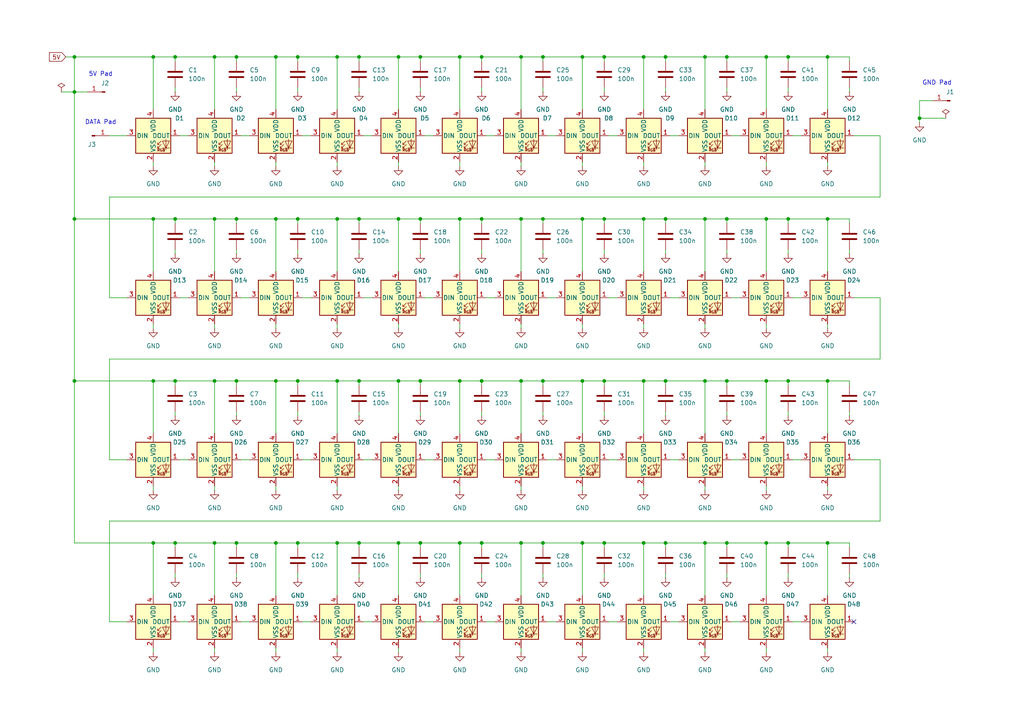
<source format=kicad_sch>
(kicad_sch (version 20231120) (generator "eeschema") (generator_version "8.0")
  (paper "A4")
  (junction (at 157.48 63.5))
  (junction (at 193.04 16.51))
  (junction (at 86.36 63.5))
  (junction (at 210.82 157.48))
  (junction (at 151.13 157.48))
  (junction (at 21.59 63.5))
  (junction (at 121.92 63.5))
  (junction (at 228.6 63.5))
  (junction (at 62.23 110.49))
  (junction (at 157.48 110.49))
  (junction (at 44.45 16.51))
  (junction (at 186.69 63.5))
  (junction (at 68.58 16.51))
  (junction (at 204.47 16.51))
  (junction (at 86.36 157.48))
  (junction (at 68.58 157.48))
  (junction (at 222.25 157.48))
  (junction (at 151.13 110.49))
  (junction (at 175.26 157.48))
  (junction (at 50.8 157.48))
  (junction (at 157.48 157.48))
  (junction (at 115.57 157.48))
  (junction (at 104.14 110.49))
  (junction (at 50.8 63.5))
  (junction (at 68.58 110.49))
  (junction (at 186.69 110.49))
  (junction (at 115.57 63.5))
  (junction (at 21.59 110.49))
  (junction (at 62.23 16.51))
  (junction (at 240.03 63.5))
  (junction (at 115.57 110.49))
  (junction (at 21.59 16.51))
  (junction (at 104.14 16.51))
  (junction (at 175.26 110.49))
  (junction (at 121.92 16.51))
  (junction (at 240.03 16.51))
  (junction (at 97.79 16.51))
  (junction (at 104.14 63.5))
  (junction (at 80.01 16.51))
  (junction (at 222.25 110.49))
  (junction (at 139.7 63.5))
  (junction (at 139.7 110.49))
  (junction (at 121.92 157.48))
  (junction (at 44.45 110.49))
  (junction (at 44.45 63.5))
  (junction (at 204.47 157.48))
  (junction (at 157.48 16.51))
  (junction (at 193.04 157.48))
  (junction (at 121.92 110.49))
  (junction (at 133.35 110.49))
  (junction (at 44.45 157.48))
  (junction (at 97.79 63.5))
  (junction (at 62.23 63.5))
  (junction (at 68.58 63.5))
  (junction (at 97.79 110.49))
  (junction (at 50.8 16.51))
  (junction (at 175.26 63.5))
  (junction (at 133.35 157.48))
  (junction (at 210.82 63.5))
  (junction (at 151.13 63.5))
  (junction (at 222.25 63.5))
  (junction (at 97.79 157.48))
  (junction (at 175.26 16.51))
  (junction (at 204.47 63.5))
  (junction (at 204.47 110.49))
  (junction (at 193.04 63.5))
  (junction (at 86.36 16.51))
  (junction (at 50.8 110.49))
  (junction (at 240.03 157.48))
  (junction (at 151.13 16.51))
  (junction (at 186.69 157.48))
  (junction (at 133.35 16.51))
  (junction (at 222.25 16.51))
  (junction (at 240.03 110.49))
  (junction (at 139.7 16.51))
  (junction (at 104.14 157.48))
  (junction (at 168.91 110.49))
  (junction (at 193.04 110.49))
  (junction (at 139.7 157.48))
  (junction (at 21.59 26.67))
  (junction (at 228.6 16.51))
  (junction (at 80.01 110.49))
  (junction (at 133.35 63.5))
  (junction (at 210.82 110.49))
  (junction (at 210.82 16.51))
  (junction (at 228.6 110.49))
  (junction (at 86.36 110.49))
  (junction (at 228.6 157.48))
  (junction (at 266.7 34.29))
  (junction (at 168.91 157.48))
  (junction (at 80.01 157.48))
  (junction (at 186.69 16.51))
  (junction (at 115.57 16.51))
  (junction (at 168.91 63.5))
  (junction (at 62.23 157.48))
  (junction (at 168.91 16.51))
  (junction (at 80.01 63.5))
  (no_connect (at 247.65 180.34))
  (wire (pts (xy 157.48 16.51) (xy 157.48 17.78)))
  (wire (pts (xy 105.41 180.34) (xy 107.95 180.34)))
  (wire (pts (xy 240.03 46.99) (xy 240.03 48.26)))
  (wire (pts (xy 247.65 39.37) (xy 255.27 39.37)))
  (wire (pts (xy 266.7 34.29) (xy 274.32 34.29)))
  (wire (pts (xy 115.57 16.51) (xy 121.92 16.51)))
  (wire (pts (xy 255.27 86.36) (xy 255.27 104.14)))
  (wire (pts (xy 157.48 63.5) (xy 157.48 64.77)))
  (wire (pts (xy 240.03 16.51) (xy 246.38 16.51)))
  (wire (pts (xy 210.82 119.38) (xy 210.82 120.65)))
  (wire (pts (xy 186.69 157.48) (xy 193.04 157.48)))
  (wire (pts (xy 176.53 133.35) (xy 179.07 133.35)))
  (wire (pts (xy 86.36 25.4) (xy 86.36 26.67)))
  (wire (pts (xy 151.13 157.48) (xy 151.13 172.72)))
  (wire (pts (xy 44.45 63.5) (xy 21.59 63.5)))
  (wire (pts (xy 123.19 180.34) (xy 125.73 180.34)))
  (wire (pts (xy 115.57 157.48) (xy 121.92 157.48)))
  (wire (pts (xy 186.69 16.51) (xy 193.04 16.51)))
  (wire (pts (xy 50.8 157.48) (xy 62.23 157.48)))
  (wire (pts (xy 80.01 187.96) (xy 80.01 189.23)))
  (wire (pts (xy 133.35 63.5) (xy 133.35 78.74)))
  (wire (pts (xy 69.85 86.36) (xy 72.39 86.36)))
  (wire (pts (xy 86.36 63.5) (xy 86.36 64.77)))
  (wire (pts (xy 21.59 63.5) (xy 21.59 110.49)))
  (wire (pts (xy 50.8 157.48) (xy 50.8 158.75)))
  (wire (pts (xy 240.03 157.48) (xy 246.38 157.48)))
  (wire (pts (xy 222.25 16.51) (xy 222.25 31.75)))
  (wire (pts (xy 204.47 63.5) (xy 210.82 63.5)))
  (wire (pts (xy 121.92 63.5) (xy 133.35 63.5)))
  (wire (pts (xy 222.25 157.48) (xy 222.25 172.72)))
  (wire (pts (xy 193.04 63.5) (xy 193.04 64.77)))
  (wire (pts (xy 87.63 86.36) (xy 90.17 86.36)))
  (wire (pts (xy 97.79 140.97) (xy 97.79 142.24)))
  (wire (pts (xy 52.07 39.37) (xy 54.61 39.37)))
  (wire (pts (xy 52.07 180.34) (xy 54.61 180.34)))
  (wire (pts (xy 212.09 39.37) (xy 214.63 39.37)))
  (wire (pts (xy 139.7 119.38) (xy 139.7 120.65)))
  (wire (pts (xy 157.48 157.48) (xy 168.91 157.48)))
  (wire (pts (xy 246.38 119.38) (xy 246.38 120.65)))
  (wire (pts (xy 104.14 16.51) (xy 104.14 17.78)))
  (wire (pts (xy 228.6 63.5) (xy 240.03 63.5)))
  (wire (pts (xy 115.57 187.96) (xy 115.57 189.23)))
  (wire (pts (xy 105.41 133.35) (xy 107.95 133.35)))
  (wire (pts (xy 157.48 157.48) (xy 157.48 158.75)))
  (wire (pts (xy 151.13 187.96) (xy 151.13 189.23)))
  (wire (pts (xy 186.69 110.49) (xy 193.04 110.49)))
  (wire (pts (xy 210.82 157.48) (xy 210.82 158.75)))
  (wire (pts (xy 121.92 110.49) (xy 121.92 111.76)))
  (wire (pts (xy 50.8 63.5) (xy 50.8 64.77)))
  (wire (pts (xy 97.79 63.5) (xy 104.14 63.5)))
  (wire (pts (xy 68.58 110.49) (xy 68.58 111.76)))
  (wire (pts (xy 151.13 110.49) (xy 157.48 110.49)))
  (wire (pts (xy 97.79 157.48) (xy 104.14 157.48)))
  (wire (pts (xy 139.7 110.49) (xy 139.7 111.76)))
  (wire (pts (xy 133.35 187.96) (xy 133.35 189.23)))
  (wire (pts (xy 115.57 140.97) (xy 115.57 142.24)))
  (wire (pts (xy 246.38 25.4) (xy 246.38 26.67)))
  (wire (pts (xy 80.01 63.5) (xy 80.01 78.74)))
  (wire (pts (xy 115.57 93.98) (xy 115.57 95.25)))
  (wire (pts (xy 175.26 166.37) (xy 175.26 167.64)))
  (wire (pts (xy 175.26 25.4) (xy 175.26 26.67)))
  (wire (pts (xy 62.23 110.49) (xy 62.23 125.73)))
  (wire (pts (xy 228.6 72.39) (xy 228.6 73.66)))
  (wire (pts (xy 210.82 110.49) (xy 222.25 110.49)))
  (wire (pts (xy 31.75 57.15) (xy 31.75 86.36)))
  (wire (pts (xy 121.92 157.48) (xy 121.92 158.75)))
  (wire (pts (xy 229.87 133.35) (xy 232.41 133.35)))
  (wire (pts (xy 80.01 157.48) (xy 86.36 157.48)))
  (wire (pts (xy 139.7 63.5) (xy 139.7 64.77)))
  (wire (pts (xy 240.03 63.5) (xy 246.38 63.5)))
  (wire (pts (xy 255.27 57.15) (xy 31.75 57.15)))
  (wire (pts (xy 240.03 93.98) (xy 240.03 95.25)))
  (wire (pts (xy 50.8 16.51) (xy 50.8 17.78)))
  (wire (pts (xy 86.36 16.51) (xy 97.79 16.51)))
  (wire (pts (xy 133.35 110.49) (xy 139.7 110.49)))
  (wire (pts (xy 80.01 16.51) (xy 80.01 31.75)))
  (wire (pts (xy 222.25 16.51) (xy 228.6 16.51)))
  (wire (pts (xy 151.13 110.49) (xy 151.13 125.73)))
  (wire (pts (xy 229.87 180.34) (xy 232.41 180.34)))
  (wire (pts (xy 212.09 133.35) (xy 214.63 133.35)))
  (wire (pts (xy 240.03 16.51) (xy 240.03 31.75)))
  (wire (pts (xy 97.79 63.5) (xy 97.79 78.74)))
  (wire (pts (xy 168.91 93.98) (xy 168.91 95.25)))
  (wire (pts (xy 86.36 16.51) (xy 86.36 17.78)))
  (wire (pts (xy 186.69 187.96) (xy 186.69 189.23)))
  (wire (pts (xy 193.04 25.4) (xy 193.04 26.67)))
  (wire (pts (xy 68.58 16.51) (xy 68.58 17.78)))
  (wire (pts (xy 104.14 25.4) (xy 104.14 26.67)))
  (wire (pts (xy 255.27 39.37) (xy 255.27 57.15)))
  (wire (pts (xy 140.97 39.37) (xy 143.51 39.37)))
  (wire (pts (xy 44.45 46.99) (xy 44.45 48.26)))
  (wire (pts (xy 86.36 157.48) (xy 86.36 158.75)))
  (wire (pts (xy 68.58 16.51) (xy 80.01 16.51)))
  (wire (pts (xy 69.85 133.35) (xy 72.39 133.35)))
  (wire (pts (xy 222.25 110.49) (xy 222.25 125.73)))
  (wire (pts (xy 204.47 157.48) (xy 210.82 157.48)))
  (wire (pts (xy 62.23 157.48) (xy 68.58 157.48)))
  (wire (pts (xy 151.13 93.98) (xy 151.13 95.25)))
  (wire (pts (xy 212.09 180.34) (xy 214.63 180.34)))
  (wire (pts (xy 186.69 93.98) (xy 186.69 95.25)))
  (wire (pts (xy 158.75 39.37) (xy 161.29 39.37)))
  (wire (pts (xy 157.48 63.5) (xy 168.91 63.5)))
  (wire (pts (xy 139.7 16.51) (xy 151.13 16.51)))
  (wire (pts (xy 157.48 110.49) (xy 157.48 111.76)))
  (wire (pts (xy 104.14 72.39) (xy 104.14 73.66)))
  (wire (pts (xy 193.04 110.49) (xy 204.47 110.49)))
  (wire (pts (xy 222.25 140.97) (xy 222.25 142.24)))
  (wire (pts (xy 44.45 16.51) (xy 50.8 16.51)))
  (wire (pts (xy 228.6 157.48) (xy 228.6 158.75)))
  (wire (pts (xy 210.82 110.49) (xy 210.82 111.76)))
  (wire (pts (xy 121.92 119.38) (xy 121.92 120.65)))
  (wire (pts (xy 246.38 16.51) (xy 246.38 17.78)))
  (wire (pts (xy 151.13 46.99) (xy 151.13 48.26)))
  (wire (pts (xy 105.41 39.37) (xy 107.95 39.37)))
  (wire (pts (xy 246.38 110.49) (xy 246.38 111.76)))
  (wire (pts (xy 175.26 16.51) (xy 175.26 17.78)))
  (wire (pts (xy 86.36 110.49) (xy 97.79 110.49)))
  (wire (pts (xy 80.01 157.48) (xy 80.01 172.72)))
  (wire (pts (xy 44.45 110.49) (xy 21.59 110.49)))
  (wire (pts (xy 168.91 16.51) (xy 175.26 16.51)))
  (wire (pts (xy 228.6 119.38) (xy 228.6 120.65)))
  (wire (pts (xy 50.8 110.49) (xy 62.23 110.49)))
  (wire (pts (xy 228.6 25.4) (xy 228.6 26.67)))
  (wire (pts (xy 17.78 26.67) (xy 21.59 26.67)))
  (wire (pts (xy 121.92 16.51) (xy 121.92 17.78)))
  (wire (pts (xy 168.91 110.49) (xy 175.26 110.49)))
  (wire (pts (xy 266.7 35.56) (xy 266.7 34.29)))
  (wire (pts (xy 247.65 86.36) (xy 255.27 86.36)))
  (wire (pts (xy 97.79 157.48) (xy 97.79 172.72)))
  (wire (pts (xy 222.25 63.5) (xy 222.25 78.74)))
  (wire (pts (xy 50.8 119.38) (xy 50.8 120.65)))
  (wire (pts (xy 68.58 63.5) (xy 68.58 64.77)))
  (wire (pts (xy 151.13 140.97) (xy 151.13 142.24)))
  (wire (pts (xy 240.03 63.5) (xy 240.03 78.74)))
  (wire (pts (xy 21.59 26.67) (xy 21.59 16.51)))
  (wire (pts (xy 97.79 16.51) (xy 97.79 31.75)))
  (wire (pts (xy 228.6 63.5) (xy 228.6 64.77)))
  (wire (pts (xy 175.26 119.38) (xy 175.26 120.65)))
  (wire (pts (xy 139.7 166.37) (xy 139.7 167.64)))
  (wire (pts (xy 168.91 110.49) (xy 168.91 125.73)))
  (wire (pts (xy 228.6 16.51) (xy 240.03 16.51)))
  (wire (pts (xy 157.48 16.51) (xy 168.91 16.51)))
  (wire (pts (xy 175.26 16.51) (xy 186.69 16.51)))
  (wire (pts (xy 229.87 86.36) (xy 232.41 86.36)))
  (wire (pts (xy 240.03 140.97) (xy 240.03 142.24)))
  (wire (pts (xy 139.7 157.48) (xy 139.7 158.75)))
  (wire (pts (xy 44.45 125.73) (xy 44.45 110.49)))
  (wire (pts (xy 246.38 63.5) (xy 246.38 64.77)))
  (wire (pts (xy 157.48 25.4) (xy 157.48 26.67)))
  (wire (pts (xy 210.82 16.51) (xy 222.25 16.51)))
  (wire (pts (xy 97.79 187.96) (xy 97.79 189.23)))
  (wire (pts (xy 139.7 16.51) (xy 139.7 17.78)))
  (wire (pts (xy 151.13 63.5) (xy 157.48 63.5)))
  (wire (pts (xy 194.31 180.34) (xy 196.85 180.34)))
  (wire (pts (xy 175.26 63.5) (xy 175.26 64.77)))
  (wire (pts (xy 50.8 72.39) (xy 50.8 73.66)))
  (wire (pts (xy 123.19 86.36) (xy 125.73 86.36)))
  (wire (pts (xy 80.01 110.49) (xy 86.36 110.49)))
  (wire (pts (xy 240.03 110.49) (xy 240.03 125.73)))
  (wire (pts (xy 86.36 63.5) (xy 97.79 63.5)))
  (wire (pts (xy 50.8 16.51) (xy 62.23 16.51)))
  (wire (pts (xy 168.91 187.96) (xy 168.91 189.23)))
  (wire (pts (xy 151.13 63.5) (xy 151.13 78.74)))
  (wire (pts (xy 228.6 110.49) (xy 240.03 110.49)))
  (wire (pts (xy 176.53 39.37) (xy 179.07 39.37)))
  (wire (pts (xy 168.91 140.97) (xy 168.91 142.24)))
  (wire (pts (xy 246.38 157.48) (xy 246.38 158.75)))
  (wire (pts (xy 133.35 16.51) (xy 139.7 16.51)))
  (wire (pts (xy 210.82 72.39) (xy 210.82 73.66)))
  (wire (pts (xy 193.04 16.51) (xy 193.04 17.78)))
  (wire (pts (xy 255.27 133.35) (xy 255.27 151.13)))
  (wire (pts (xy 21.59 16.51) (xy 44.45 16.51)))
  (wire (pts (xy 210.82 16.51) (xy 210.82 17.78)))
  (wire (pts (xy 115.57 110.49) (xy 115.57 125.73)))
  (wire (pts (xy 175.26 157.48) (xy 175.26 158.75)))
  (wire (pts (xy 115.57 16.51) (xy 115.57 31.75)))
  (wire (pts (xy 266.7 29.21) (xy 270.51 29.21)))
  (wire (pts (xy 115.57 46.99) (xy 115.57 48.26)))
  (wire (pts (xy 115.57 157.48) (xy 115.57 172.72)))
  (wire (pts (xy 204.47 93.98) (xy 204.47 95.25)))
  (wire (pts (xy 176.53 86.36) (xy 179.07 86.36)))
  (wire (pts (xy 31.75 86.36) (xy 36.83 86.36)))
  (wire (pts (xy 151.13 16.51) (xy 157.48 16.51)))
  (wire (pts (xy 139.7 72.39) (xy 139.7 73.66)))
  (wire (pts (xy 222.25 93.98) (xy 222.25 95.25)))
  (wire (pts (xy 80.01 140.97) (xy 80.01 142.24)))
  (wire (pts (xy 50.8 63.5) (xy 62.23 63.5)))
  (wire (pts (xy 62.23 46.99) (xy 62.23 48.26)))
  (wire (pts (xy 86.36 166.37) (xy 86.36 167.64)))
  (wire (pts (xy 194.31 133.35) (xy 196.85 133.35)))
  (wire (pts (xy 266.7 34.29) (xy 266.7 29.21)))
  (wire (pts (xy 50.8 110.49) (xy 50.8 111.76)))
  (wire (pts (xy 62.23 16.51) (xy 62.23 31.75)))
  (wire (pts (xy 121.92 157.48) (xy 133.35 157.48)))
  (wire (pts (xy 69.85 180.34) (xy 72.39 180.34)))
  (wire (pts (xy 210.82 166.37) (xy 210.82 167.64)))
  (wire (pts (xy 80.01 63.5) (xy 86.36 63.5)))
  (wire (pts (xy 186.69 63.5) (xy 186.69 78.74)))
  (wire (pts (xy 193.04 110.49) (xy 193.04 111.76)))
  (wire (pts (xy 255.27 104.14) (xy 31.75 104.14)))
  (wire (pts (xy 123.19 133.35) (xy 125.73 133.35)))
  (wire (pts (xy 44.45 172.72) (xy 44.45 157.48)))
  (wire (pts (xy 19.05 16.51) (xy 21.59 16.51)))
  (wire (pts (xy 115.57 63.5) (xy 121.92 63.5)))
  (wire (pts (xy 193.04 72.39) (xy 193.04 73.66)))
  (wire (pts (xy 140.97 133.35) (xy 143.51 133.35)))
  (wire (pts (xy 151.13 16.51) (xy 151.13 31.75)))
  (wire (pts (xy 210.82 25.4) (xy 210.82 26.67)))
  (wire (pts (xy 80.01 110.49) (xy 80.01 125.73)))
  (wire (pts (xy 193.04 16.51) (xy 204.47 16.51)))
  (wire (pts (xy 133.35 140.97) (xy 133.35 142.24)))
  (wire (pts (xy 193.04 166.37) (xy 193.04 167.64)))
  (wire (pts (xy 121.92 72.39) (xy 121.92 73.66)))
  (wire (pts (xy 168.91 16.51) (xy 168.91 31.75)))
  (wire (pts (xy 62.23 110.49) (xy 68.58 110.49)))
  (wire (pts (xy 62.23 63.5) (xy 62.23 78.74)))
  (wire (pts (xy 31.75 133.35) (xy 36.83 133.35)))
  (wire (pts (xy 104.14 63.5) (xy 115.57 63.5)))
  (wire (pts (xy 87.63 39.37) (xy 90.17 39.37)))
  (wire (pts (xy 97.79 46.99) (xy 97.79 48.26)))
  (wire (pts (xy 175.26 157.48) (xy 186.69 157.48)))
  (wire (pts (xy 62.23 140.97) (xy 62.23 142.24)))
  (wire (pts (xy 228.6 157.48) (xy 240.03 157.48)))
  (wire (pts (xy 80.01 46.99) (xy 80.01 48.26)))
  (wire (pts (xy 104.14 110.49) (xy 104.14 111.76)))
  (wire (pts (xy 194.31 39.37) (xy 196.85 39.37)))
  (wire (pts (xy 240.03 157.48) (xy 240.03 172.72)))
  (wire (pts (xy 97.79 110.49) (xy 97.79 125.73)))
  (wire (pts (xy 104.14 63.5) (xy 104.14 64.77)))
  (wire (pts (xy 121.92 16.51) (xy 133.35 16.51)))
  (wire (pts (xy 44.45 157.48) (xy 21.59 157.48)))
  (wire (pts (xy 246.38 72.39) (xy 246.38 73.66)))
  (wire (pts (xy 222.25 157.48) (xy 228.6 157.48)))
  (wire (pts (xy 168.91 157.48) (xy 168.91 172.72)))
  (wire (pts (xy 210.82 63.5) (xy 210.82 64.77)))
  (wire (pts (xy 86.36 119.38) (xy 86.36 120.65)))
  (wire (pts (xy 133.35 93.98) (xy 133.35 95.25)))
  (wire (pts (xy 31.75 39.37) (xy 36.83 39.37)))
  (wire (pts (xy 68.58 119.38) (xy 68.58 120.65)))
  (wire (pts (xy 97.79 93.98) (xy 97.79 95.25)))
  (wire (pts (xy 139.7 63.5) (xy 151.13 63.5)))
  (wire (pts (xy 228.6 166.37) (xy 228.6 167.64)))
  (wire (pts (xy 133.35 63.5) (xy 139.7 63.5)))
  (wire (pts (xy 186.69 46.99) (xy 186.69 48.26)))
  (wire (pts (xy 105.41 86.36) (xy 107.95 86.36)))
  (wire (pts (xy 168.91 63.5) (xy 168.91 78.74)))
  (wire (pts (xy 62.23 187.96) (xy 62.23 189.23)))
  (wire (pts (xy 255.27 151.13) (xy 31.75 151.13)))
  (wire (pts (xy 121.92 25.4) (xy 121.92 26.67)))
  (wire (pts (xy 193.04 119.38) (xy 193.04 120.65)))
  (wire (pts (xy 229.87 39.37) (xy 232.41 39.37)))
  (wire (pts (xy 44.45 31.75) (xy 44.45 16.51)))
  (wire (pts (xy 68.58 25.4) (xy 68.58 26.67)))
  (wire (pts (xy 68.58 166.37) (xy 68.58 167.64)))
  (wire (pts (xy 21.59 63.5) (xy 21.59 26.67)))
  (wire (pts (xy 157.48 110.49) (xy 168.91 110.49)))
  (wire (pts (xy 204.47 16.51) (xy 210.82 16.51)))
  (wire (pts (xy 240.03 187.96) (xy 240.03 189.23)))
  (wire (pts (xy 247.65 133.35) (xy 255.27 133.35)))
  (wire (pts (xy 50.8 25.4) (xy 50.8 26.67)))
  (wire (pts (xy 212.09 86.36) (xy 214.63 86.36)))
  (wire (pts (xy 104.14 110.49) (xy 115.57 110.49)))
  (wire (pts (xy 133.35 46.99) (xy 133.35 48.26)))
  (wire (pts (xy 133.35 110.49) (xy 133.35 125.73)))
  (wire (pts (xy 68.58 110.49) (xy 80.01 110.49)))
  (wire (pts (xy 86.36 110.49) (xy 86.36 111.76)))
  (wire (pts (xy 204.47 46.99) (xy 204.47 48.26)))
  (wire (pts (xy 50.8 166.37) (xy 50.8 167.64)))
  (wire (pts (xy 44.45 110.49) (xy 50.8 110.49)))
  (wire (pts (xy 228.6 16.51) (xy 228.6 17.78)))
  (wire (pts (xy 21.59 26.67) (xy 25.4 26.67)))
  (wire (pts (xy 115.57 63.5) (xy 115.57 78.74)))
  (wire (pts (xy 80.01 16.51) (xy 86.36 16.51)))
  (wire (pts (xy 139.7 157.48) (xy 151.13 157.48)))
  (wire (pts (xy 204.47 140.97) (xy 204.47 142.24)))
  (wire (pts (xy 31.75 180.34) (xy 36.83 180.34)))
  (wire (pts (xy 139.7 25.4) (xy 139.7 26.67)))
  (wire (pts (xy 210.82 157.48) (xy 222.25 157.48)))
  (wire (pts (xy 104.14 16.51) (xy 115.57 16.51)))
  (wire (pts (xy 186.69 140.97) (xy 186.69 142.24)))
  (wire (pts (xy 157.48 119.38) (xy 157.48 120.65)))
  (wire (pts (xy 80.01 93.98) (xy 80.01 95.25)))
  (wire (pts (xy 62.23 93.98) (xy 62.23 95.25)))
  (wire (pts (xy 175.26 63.5) (xy 186.69 63.5)))
  (wire (pts (xy 186.69 63.5) (xy 193.04 63.5)))
  (wire (pts (xy 44.45 157.48) (xy 50.8 157.48)))
  (wire (pts (xy 31.75 151.13) (xy 31.75 180.34)))
  (wire (pts (xy 52.07 133.35) (xy 54.61 133.35)))
  (wire (pts (xy 193.04 63.5) (xy 204.47 63.5)))
  (wire (pts (xy 204.47 16.51) (xy 204.47 31.75)))
  (wire (pts (xy 139.7 110.49) (xy 151.13 110.49)))
  (wire (pts (xy 68.58 72.39) (xy 68.58 73.66)))
  (wire (pts (xy 168.91 46.99) (xy 168.91 48.26)))
  (wire (pts (xy 204.47 110.49) (xy 210.82 110.49)))
  (wire (pts (xy 193.04 157.48) (xy 193.04 158.75)))
  (wire (pts (xy 133.35 157.48) (xy 139.7 157.48)))
  (wire (pts (xy 62.23 63.5) (xy 68.58 63.5)))
  (wire (pts (xy 115.57 110.49) (xy 121.92 110.49)))
  (wire (pts (xy 158.75 180.34) (xy 161.29 180.34)))
  (wire (pts (xy 222.25 187.96) (xy 222.25 189.23)))
  (wire (pts (xy 44.45 187.96) (xy 44.45 189.23)))
  (wire (pts (xy 133.35 157.48) (xy 133.35 172.72)))
  (wire (pts (xy 186.69 16.51) (xy 186.69 31.75)))
  (wire (pts (xy 68.58 157.48) (xy 80.01 157.48)))
  (wire (pts (xy 151.13 157.48) (xy 157.48 157.48)))
  (wire (pts (xy 44.45 63.5) (xy 50.8 63.5)))
  (wire (pts (xy 97.79 110.49) (xy 104.14 110.49)))
  (wire (pts (xy 140.97 180.34) (xy 143.51 180.34)))
  (wire (pts (xy 228.6 110.49) (xy 228.6 111.76)))
  (wire (pts (xy 222.25 46.99) (xy 222.25 48.26)))
  (wire (pts (xy 31.75 104.14) (xy 31.75 133.35)))
  (wire (pts (xy 44.45 78.74) (xy 44.45 63.5)))
  (wire (pts (xy 68.58 157.48) (xy 68.58 158.75)))
  (wire (pts (xy 176.53 180.34) (xy 179.07 180.34)))
  (wire (pts (xy 86.36 72.39) (xy 86.36 73.66)))
  (wire (pts (xy 194.31 86.36) (xy 196.85 86.36)))
  (wire (pts (xy 104.14 157.48) (xy 104.14 158.75)))
  (wire (pts (xy 204.47 110.49) (xy 204.47 125.73)))
  (wire (pts (xy 52.07 86.36) (xy 54.61 86.36)))
  (wire (pts (xy 97.79 16.51) (xy 104.14 16.51)))
  (wire (pts (xy 175.26 110.49) (xy 186.69 110.49)))
  (wire (pts (xy 140.97 86.36) (xy 143.51 86.36)))
  (wire (pts (xy 62.23 16.51) (xy 68.58 16.51)))
  (wire (pts (xy 186.69 157.48) (xy 186.69 172.72)))
  (wire (pts (xy 186.69 110.49) (xy 186.69 125.73)))
  (wire (pts (xy 121.92 63.5) (xy 121.92 64.77)))
  (wire (pts (xy 158.75 86.36) (xy 161.29 86.36)))
  (wire (pts (xy 222.25 110.49) (xy 228.6 110.49)))
  (wire (pts (xy 68.58 63.5) (xy 80.01 63.5)))
  (wire (pts (xy 87.63 180.34) (xy 90.17 180.34)))
  (wire (pts (xy 175.26 110.49) (xy 175.26 111.76)))
  (wire (pts (xy 157.48 166.37) (xy 157.48 167.64)))
  (wire (pts (xy 168.91 63.5) (xy 175.26 63.5)))
  (wire (pts (xy 69.85 39.37) (xy 72.39 39.37)))
  (wire (pts (xy 87.63 133.35) (xy 90.17 133.35)))
  (wire (pts (xy 157.48 72.39) (xy 157.48 73.66)))
  (wire (pts (xy 62.23 157.48) (xy 62.23 172.72)))
  (wire (pts (xy 222.25 63.5) (xy 228.6 63.5)))
  (wire (pts (xy 86.36 157.48) (xy 97.79 157.48)))
  (wire (pts (xy 44.45 93.98) (xy 44.45 95.25)))
  (wire (pts (xy 246.38 166.37) (xy 246.38 167.64)))
  (wire (pts (xy 204.47 63.5) (xy 204.47 78.74)))
  (wire (pts (xy 104.14 166.37) (xy 104.14 167.64)))
  (wire (pts (xy 158.75 133.35) (xy 161.29 133.35)))
  (wire (pts (xy 193.04 157.48) (xy 204.47 157.48)))
  (wire (pts (xy 104.14 157.48) (xy 115.57 157.48)))
  (wire (pts (xy 210.82 63.5) (xy 222.25 63.5)))
  (wire (pts (xy 44.45 140.97) (xy 44.45 142.24)))
  (wire (pts (xy 121.92 166.37) (xy 121.92 167.64)))
  (wire (pts (xy 133.35 16.51) (xy 133.35 31.75)))
  (wire (pts (xy 104.14 119.38) (xy 104.14 120.65)))
  (wire (pts (xy 123.19 39.37) (xy 125.73 39.37)))
  (wire (pts (xy 204.47 157.48) (xy 204.47 172.72)))
  (wire (pts (xy 240.03 110.49) (xy 246.38 110.49)))
  (wire (pts (xy 168.91 157.48) (xy 175.26 157.48)))
  (wire (pts (xy 204.47 187.96) (xy 204.47 189.23)))
  (wire (pts (xy 175.26 72.39) (xy 175.26 73.66)))
  (wire (pts (xy 21.59 110.49) (xy 21.59 157.48)))
  (wire (pts (xy 121.92 110.49) (xy 133.35 110.49)))
  (text "GND Pad" (at 271.78 24.13 0) (effects (font (size 1.27 1.27))))
  (text "5V Pad" (at 29.21 21.59 0) (effects (font (size 1.27 1.27))))
  (text "DATA Pad" (at 29.21 35.56 0) (effects (font (size 1.27 1.27))))
  (global_label "5V" (shape input) (at 19.05 16.51 180) (property "Intersheetrefs" "${INTERSHEET_REFS}" (effects (hide yes))))
  (symbol (lib_id "LED:WS2812B-2020") (at 168.91 39.37 0) (unit 1)
    (property "Reference" "D8" (at 176.53 34.29 0))
    (property "Value" "WS2812B-2020" (effects (hide yes)))
    (property "Footprint" "LED_SMD:LED_WS2812B-2020_PLCC4_2.0x2.0mm" (effects (hide yes)))
    (property "Datasheet" "https://cdn-shop.adafruit.com/product-files/4684/4684_WS2812B-2020_V1.3_EN.pdf" (effects (hide yes)))
    (property "Description" "RGB LED with integrated controller, 2.0 x 2.0 mm, 12 mA" (effects (hide yes)))
  )
  (symbol (lib_id "power:GND") (at 210.82 26.67 0) (unit 1)
    (property "Reference" "#PWR077" (effects (hide yes)))
    (property "Value" "GND" (at 210.82 31.75 0))
    (property "Description" "Power symbol creates a global label with name \"GND\" , ground" (effects (hide yes)))
  )
  (symbol (lib_id "power:GND") (at 121.92 120.65 0) (unit 1)
    (property "Reference" "#PWR039" (effects (hide yes)))
    (property "Value" "GND" (at 121.92 125.73 0))
    (property "Description" "Power symbol creates a global label with name \"GND\" , ground" (effects (hide yes)))
  )
  (symbol (lib_id "power:GND") (at 80.01 48.26 0) (unit 1)
    (property "Reference" "#PWR017" (effects (hide yes)))
    (property "Value" "GND" (at 80.01 53.34 0))
    (property "Description" "Power symbol creates a global label with name \"GND\" , ground" (effects (hide yes)))
  )
  (symbol (lib_id "LED:WS2812B-2020") (at 186.69 180.34 0) (unit 1)
    (property "Reference" "D45" (at 194.31 175.26 0))
    (property "Value" "WS2812B-2020" (effects (hide yes)))
    (property "Footprint" "LED_SMD:LED_WS2812B-2020_PLCC4_2.0x2.0mm" (effects (hide yes)))
    (property "Datasheet" "https://cdn-shop.adafruit.com/product-files/4684/4684_WS2812B-2020_V1.3_EN.pdf" (effects (hide yes)))
    (property "Description" "RGB LED with integrated controller, 2.0 x 2.0 mm, 12 mA" (effects (hide yes)))
  )
  (symbol (lib_id "power:GND") (at 157.48 26.67 0) (unit 1)
    (property "Reference" "#PWR053" (effects (hide yes)))
    (property "Value" "GND" (at 157.48 31.75 0))
    (property "Description" "Power symbol creates a global label with name \"GND\" , ground" (effects (hide yes)))
  )
  (symbol (lib_id "power:GND") (at 97.79 48.26 0) (unit 1)
    (property "Reference" "#PWR025" (effects (hide yes)))
    (property "Value" "GND" (at 97.79 53.34 0))
    (property "Description" "Power symbol creates a global label with name \"GND\" , ground" (effects (hide yes)))
  )
  (symbol (lib_id "LED:WS2812B-2020") (at 133.35 180.34 0) (unit 1)
    (property "Reference" "D42" (at 140.97 175.26 0))
    (property "Value" "WS2812B-2020" (effects (hide yes)))
    (property "Footprint" "LED_SMD:LED_WS2812B-2020_PLCC4_2.0x2.0mm" (effects (hide yes)))
    (property "Datasheet" "https://cdn-shop.adafruit.com/product-files/4684/4684_WS2812B-2020_V1.3_EN.pdf" (effects (hide yes)))
    (property "Description" "RGB LED with integrated controller, 2.0 x 2.0 mm, 12 mA" (effects (hide yes)))
  )
  (symbol (lib_id "power:GND") (at 222.25 95.25 0) (unit 1)
    (property "Reference" "#PWR082" (effects (hide yes)))
    (property "Value" "GND" (at 222.25 100.33 0))
    (property "Description" "Power symbol creates a global label with name \"GND\" , ground" (effects (hide yes)))
  )
  (symbol (lib_id "power:GND") (at 86.36 26.67 0) (unit 1)
    (property "Reference" "#PWR021" (effects (hide yes)))
    (property "Value" "GND" (at 86.36 31.75 0))
    (property "Description" "Power symbol creates a global label with name \"GND\" , ground" (effects (hide yes)))
  )
  (symbol (lib_id "LED:WS2812B-2020") (at 204.47 133.35 0) (unit 1)
    (property "Reference" "D34" (at 212.09 128.27 0))
    (property "Value" "WS2812B-2020" (effects (hide yes)))
    (property "Footprint" "LED_SMD:LED_WS2812B-2020_PLCC4_2.0x2.0mm" (effects (hide yes)))
    (property "Datasheet" "https://cdn-shop.adafruit.com/product-files/4684/4684_WS2812B-2020_V1.3_EN.pdf" (effects (hide yes)))
    (property "Description" "RGB LED with integrated controller, 2.0 x 2.0 mm, 12 mA" (effects (hide yes)))
  )
  (symbol (lib_id "power:GND") (at 121.92 26.67 0) (unit 1)
    (property "Reference" "#PWR037" (effects (hide yes)))
    (property "Value" "GND" (at 121.92 31.75 0))
    (property "Description" "Power symbol creates a global label with name \"GND\" , ground" (effects (hide yes)))
  )
  (symbol (lib_id "LED:WS2812B-2020") (at 44.45 39.37 0) (unit 1)
    (property "Reference" "D1" (at 52.07 34.29 0))
    (property "Value" "WS2812B-2020" (effects (hide yes)))
    (property "Footprint" "LED_SMD:LED_WS2812B-2020_PLCC4_2.0x2.0mm" (effects (hide yes)))
    (property "Datasheet" "https://cdn-shop.adafruit.com/product-files/4684/4684_WS2812B-2020_V1.3_EN.pdf" (effects (hide yes)))
    (property "Description" "RGB LED with integrated controller, 2.0 x 2.0 mm, 12 mA" (effects (hide yes)))
  )
  (symbol (lib_id "power:GND") (at 157.48 167.64 0) (unit 1)
    (property "Reference" "#PWR056" (effects (hide yes)))
    (property "Value" "GND" (at 157.48 172.72 0))
    (property "Description" "Power symbol creates a global label with name \"GND\" , ground" (effects (hide yes)))
  )
  (symbol (lib_id "power:GND") (at 104.14 120.65 0) (unit 1)
    (property "Reference" "#PWR031" (effects (hide yes)))
    (property "Value" "GND" (at 104.14 125.73 0))
    (property "Description" "Power symbol creates a global label with name \"GND\" , ground" (effects (hide yes)))
  )
  (symbol (lib_id "power:GND") (at 151.13 95.25 0) (unit 1)
    (property "Reference" "#PWR050" (effects (hide yes)))
    (property "Value" "GND" (at 151.13 100.33 0))
    (property "Description" "Power symbol creates a global label with name \"GND\" , ground" (effects (hide yes)))
  )
  (symbol (lib_id "LED:WS2812B-2020") (at 222.25 133.35 0) (unit 1)
    (property "Reference" "D35" (at 229.87 128.27 0))
    (property "Value" "WS2812B-2020" (effects (hide yes)))
    (property "Footprint" "LED_SMD:LED_WS2812B-2020_PLCC4_2.0x2.0mm" (effects (hide yes)))
    (property "Datasheet" "https://cdn-shop.adafruit.com/product-files/4684/4684_WS2812B-2020_V1.3_EN.pdf" (effects (hide yes)))
    (property "Description" "RGB LED with integrated controller, 2.0 x 2.0 mm, 12 mA" (effects (hide yes)))
  )
  (symbol (lib_id "power:GND") (at 62.23 142.24 0) (unit 1)
    (property "Reference" "#PWR011" (effects (hide yes)))
    (property "Value" "GND" (at 62.23 147.32 0))
    (property "Description" "Power symbol creates a global label with name \"GND\" , ground" (effects (hide yes)))
  )
  (symbol (lib_id "power:GND") (at 151.13 48.26 0) (unit 1)
    (property "Reference" "#PWR049" (effects (hide yes)))
    (property "Value" "GND" (at 151.13 53.34 0))
    (property "Description" "Power symbol creates a global label with name \"GND\" , ground" (effects (hide yes)))
  )
  (symbol (lib_id "Device:C") (at 210.82 68.58 0) (unit 1)
    (property "Reference" "C38" (at 214.63 67.3099 0) (effects (justify left)))
    (property "Value" "100n" (at 214.63 69.8499 0) (effects (justify left)))
    (property "Footprint" "Capacitor_SMD:C_0603_1608Metric" (effects (hide yes)))
    (property "Description" "Unpolarized capacitor" (effects (hide yes)))
  )
  (symbol (lib_id "power:GND") (at 44.45 48.26 0) (unit 1)
    (property "Reference" "#PWR01" (effects (hide yes)))
    (property "Value" "GND" (at 44.45 53.34 0))
    (property "Description" "Power symbol creates a global label with name \"GND\" , ground" (effects (hide yes)))
  )
  (symbol (lib_id "power:PWR_FLAG") (at 274.32 34.29 0) (unit 1)
    (property "Reference" "#FLG02" (effects (hide yes)))
    (property "Value" "PWR_FLAG" (effects (hide yes)))
    (property "Description" "Special symbol for telling ERC where power comes from" (effects (hide yes)))
  )
  (symbol (lib_id "Device:C") (at 246.38 162.56 0) (unit 1)
    (property "Reference" "C48" (at 250.19 161.2899 0) (effects (justify left)))
    (property "Value" "100n" (at 250.19 163.8299 0) (effects (justify left)))
    (property "Footprint" "Capacitor_SMD:C_0603_1608Metric" (effects (hide yes)))
    (property "Description" "Unpolarized capacitor" (effects (hide yes)))
  )
  (symbol (lib_id "power:GND") (at 97.79 95.25 0) (unit 1)
    (property "Reference" "#PWR026" (effects (hide yes)))
    (property "Value" "GND" (at 97.79 100.33 0))
    (property "Description" "Power symbol creates a global label with name \"GND\" , ground" (effects (hide yes)))
  )
  (symbol (lib_id "LED:WS2812B-2020") (at 240.03 39.37 0) (unit 1)
    (property "Reference" "D12" (at 247.65 34.29 0))
    (property "Value" "WS2812B-2020" (effects (hide yes)))
    (property "Footprint" "LED_SMD:LED_WS2812B-2020_PLCC4_2.0x2.0mm" (effects (hide yes)))
    (property "Datasheet" "https://cdn-shop.adafruit.com/product-files/4684/4684_WS2812B-2020_V1.3_EN.pdf" (effects (hide yes)))
    (property "Description" "RGB LED with integrated controller, 2.0 x 2.0 mm, 12 mA" (effects (hide yes)))
  )
  (symbol (lib_id "Device:C") (at 210.82 162.56 0) (unit 1)
    (property "Reference" "C40" (at 214.63 161.2899 0) (effects (justify left)))
    (property "Value" "100n" (at 214.63 163.8299 0) (effects (justify left)))
    (property "Footprint" "Capacitor_SMD:C_0603_1608Metric" (effects (hide yes)))
    (property "Description" "Unpolarized capacitor" (effects (hide yes)))
  )
  (symbol (lib_id "Device:C") (at 68.58 115.57 0) (unit 1)
    (property "Reference" "C7" (at 72.39 114.2999 0) (effects (justify left)))
    (property "Value" "100n" (at 72.39 116.8399 0) (effects (justify left)))
    (property "Footprint" "Capacitor_SMD:C_0603_1608Metric" (effects (hide yes)))
    (property "Description" "Unpolarized capacitor" (effects (hide yes)))
  )
  (symbol (lib_id "Device:C") (at 246.38 21.59 0) (unit 1)
    (property "Reference" "C45" (at 250.19 20.3199 0) (effects (justify left)))
    (property "Value" "100n" (at 250.19 22.8599 0) (effects (justify left)))
    (property "Footprint" "Capacitor_SMD:C_0603_1608Metric" (effects (hide yes)))
    (property "Description" "Unpolarized capacitor" (effects (hide yes)))
  )
  (symbol (lib_id "LED:WS2812B-2020") (at 97.79 86.36 0) (unit 1)
    (property "Reference" "D16" (at 105.41 81.28 0))
    (property "Value" "WS2812B-2020" (effects (hide yes)))
    (property "Footprint" "LED_SMD:LED_WS2812B-2020_PLCC4_2.0x2.0mm" (effects (hide yes)))
    (property "Datasheet" "https://cdn-shop.adafruit.com/product-files/4684/4684_WS2812B-2020_V1.3_EN.pdf" (effects (hide yes)))
    (property "Description" "RGB LED with integrated controller, 2.0 x 2.0 mm, 12 mA" (effects (hide yes)))
  )
  (symbol (lib_id "LED:WS2812B-2020") (at 204.47 180.34 0) (unit 1)
    (property "Reference" "D46" (at 212.09 175.26 0))
    (property "Value" "WS2812B-2020" (effects (hide yes)))
    (property "Footprint" "LED_SMD:LED_WS2812B-2020_PLCC4_2.0x2.0mm" (effects (hide yes)))
    (property "Datasheet" "https://cdn-shop.adafruit.com/product-files/4684/4684_WS2812B-2020_V1.3_EN.pdf" (effects (hide yes)))
    (property "Description" "RGB LED with integrated controller, 2.0 x 2.0 mm, 12 mA" (effects (hide yes)))
  )
  (symbol (lib_id "power:GND") (at 133.35 95.25 0) (unit 1)
    (property "Reference" "#PWR042" (effects (hide yes)))
    (property "Value" "GND" (at 133.35 100.33 0))
    (property "Description" "Power symbol creates a global label with name \"GND\" , ground" (effects (hide yes)))
  )
  (symbol (lib_id "LED:WS2812B-2020") (at 62.23 39.37 0) (unit 1)
    (property "Reference" "D2" (at 69.85 34.29 0))
    (property "Value" "WS2812B-2020" (effects (hide yes)))
    (property "Footprint" "LED_SMD:LED_WS2812B-2020_PLCC4_2.0x2.0mm" (effects (hide yes)))
    (property "Datasheet" "https://cdn-shop.adafruit.com/product-files/4684/4684_WS2812B-2020_V1.3_EN.pdf" (effects (hide yes)))
    (property "Description" "RGB LED with integrated controller, 2.0 x 2.0 mm, 12 mA" (effects (hide yes)))
  )
  (symbol (lib_id "LED:WS2812B-2020") (at 222.25 180.34 0) (unit 1)
    (property "Reference" "D47" (at 229.87 175.26 0))
    (property "Value" "WS2812B-2020" (effects (hide yes)))
    (property "Footprint" "LED_SMD:LED_WS2812B-2020_PLCC4_2.0x2.0mm" (effects (hide yes)))
    (property "Datasheet" "https://cdn-shop.adafruit.com/product-files/4684/4684_WS2812B-2020_V1.3_EN.pdf" (effects (hide yes)))
    (property "Description" "RGB LED with integrated controller, 2.0 x 2.0 mm, 12 mA" (effects (hide yes)))
  )
  (symbol (lib_id "LED:WS2812B-2020") (at 80.01 133.35 0) (unit 1)
    (property "Reference" "D27" (at 87.63 128.27 0))
    (property "Value" "WS2812B-2020" (effects (hide yes)))
    (property "Footprint" "LED_SMD:LED_WS2812B-2020_PLCC4_2.0x2.0mm" (effects (hide yes)))
    (property "Datasheet" "https://cdn-shop.adafruit.com/product-files/4684/4684_WS2812B-2020_V1.3_EN.pdf" (effects (hide yes)))
    (property "Description" "RGB LED with integrated controller, 2.0 x 2.0 mm, 12 mA" (effects (hide yes)))
  )
  (symbol (lib_id "Device:C") (at 104.14 115.57 0) (unit 1)
    (property "Reference" "C15" (at 107.95 114.2999 0) (effects (justify left)))
    (property "Value" "100n" (at 107.95 116.8399 0) (effects (justify left)))
    (property "Footprint" "Capacitor_SMD:C_0603_1608Metric" (effects (hide yes)))
    (property "Description" "Unpolarized capacitor" (effects (hide yes)))
  )
  (symbol (lib_id "LED:WS2812B-2020") (at 168.91 86.36 0) (unit 1)
    (property "Reference" "D20" (at 176.53 81.28 0))
    (property "Value" "WS2812B-2020" (effects (hide yes)))
    (property "Footprint" "LED_SMD:LED_WS2812B-2020_PLCC4_2.0x2.0mm" (effects (hide yes)))
    (property "Datasheet" "https://cdn-shop.adafruit.com/product-files/4684/4684_WS2812B-2020_V1.3_EN.pdf" (effects (hide yes)))
    (property "Description" "RGB LED with integrated controller, 2.0 x 2.0 mm, 12 mA" (effects (hide yes)))
  )
  (symbol (lib_id "LED:WS2812B-2020") (at 168.91 180.34 0) (unit 1)
    (property "Reference" "D44" (at 176.53 175.26 0))
    (property "Value" "WS2812B-2020" (effects (hide yes)))
    (property "Footprint" "LED_SMD:LED_WS2812B-2020_PLCC4_2.0x2.0mm" (effects (hide yes)))
    (property "Datasheet" "https://cdn-shop.adafruit.com/product-files/4684/4684_WS2812B-2020_V1.3_EN.pdf" (effects (hide yes)))
    (property "Description" "RGB LED with integrated controller, 2.0 x 2.0 mm, 12 mA" (effects (hide yes)))
  )
  (symbol (lib_id "power:GND") (at 228.6 26.67 0) (unit 1)
    (property "Reference" "#PWR085" (effects (hide yes)))
    (property "Value" "GND" (at 228.6 31.75 0))
    (property "Description" "Power symbol creates a global label with name \"GND\" , ground" (effects (hide yes)))
  )
  (symbol (lib_id "LED:WS2812B-2020") (at 62.23 133.35 0) (unit 1)
    (property "Reference" "D26" (at 69.85 128.27 0))
    (property "Value" "WS2812B-2020" (effects (hide yes)))
    (property "Footprint" "LED_SMD:LED_WS2812B-2020_PLCC4_2.0x2.0mm" (effects (hide yes)))
    (property "Datasheet" "https://cdn-shop.adafruit.com/product-files/4684/4684_WS2812B-2020_V1.3_EN.pdf" (effects (hide yes)))
    (property "Description" "RGB LED with integrated controller, 2.0 x 2.0 mm, 12 mA" (effects (hide yes)))
  )
  (symbol (lib_id "power:GND") (at 204.47 95.25 0) (unit 1)
    (property "Reference" "#PWR074" (effects (hide yes)))
    (property "Value" "GND" (at 204.47 100.33 0))
    (property "Description" "Power symbol creates a global label with name \"GND\" , ground" (effects (hide yes)))
  )
  (symbol (lib_id "Connector:Conn_01x01_Pin") (at 30.48 26.67 180) (unit 1)
    (property "Reference" "J2" (at 30.48 24.13 0))
    (property "Value" "Conn_01x01_Pin" (effects (hide yes)))
    (property "Footprint" "LC_CustomFootprint:PAD_WS2812B_RING" (effects (hide yes)))
    (property "Description" "Generic connector, single row, 01x01, script generated" (effects (hide yes)))
  )
  (symbol (lib_id "Device:C") (at 193.04 21.59 0) (unit 1)
    (property "Reference" "C33" (at 196.85 20.3199 0) (effects (justify left)))
    (property "Value" "100n" (at 196.85 22.8599 0) (effects (justify left)))
    (property "Footprint" "Capacitor_SMD:C_0603_1608Metric" (effects (hide yes)))
    (property "Description" "Unpolarized capacitor" (effects (hide yes)))
  )
  (symbol (lib_id "Device:C") (at 210.82 115.57 0) (unit 1)
    (property "Reference" "C39" (at 214.63 114.2999 0) (effects (justify left)))
    (property "Value" "100n" (at 214.63 116.8399 0) (effects (justify left)))
    (property "Footprint" "Capacitor_SMD:C_0603_1608Metric" (effects (hide yes)))
    (property "Description" "Unpolarized capacitor" (effects (hide yes)))
  )
  (symbol (lib_id "Device:C") (at 246.38 68.58 0) (unit 1)
    (property "Reference" "C46" (at 250.19 67.3099 0) (effects (justify left)))
    (property "Value" "100n" (at 250.19 69.8499 0) (effects (justify left)))
    (property "Footprint" "Capacitor_SMD:C_0603_1608Metric" (effects (hide yes)))
    (property "Description" "Unpolarized capacitor" (effects (hide yes)))
  )
  (symbol (lib_id "power:GND") (at 139.7 120.65 0) (unit 1)
    (property "Reference" "#PWR047" (effects (hide yes)))
    (property "Value" "GND" (at 139.7 125.73 0))
    (property "Description" "Power symbol creates a global label with name \"GND\" , ground" (effects (hide yes)))
  )
  (symbol (lib_id "Device:C") (at 157.48 115.57 0) (unit 1)
    (property "Reference" "C27" (at 161.29 114.2999 0) (effects (justify left)))
    (property "Value" "100n" (at 161.29 116.8399 0) (effects (justify left)))
    (property "Footprint" "Capacitor_SMD:C_0603_1608Metric" (effects (hide yes)))
    (property "Description" "Unpolarized capacitor" (effects (hide yes)))
  )
  (symbol (lib_id "Device:C") (at 157.48 162.56 0) (unit 1)
    (property "Reference" "C28" (at 161.29 161.2899 0) (effects (justify left)))
    (property "Value" "100n" (at 161.29 163.8299 0) (effects (justify left)))
    (property "Footprint" "Capacitor_SMD:C_0603_1608Metric" (effects (hide yes)))
    (property "Description" "Unpolarized capacitor" (effects (hide yes)))
  )
  (symbol (lib_id "LED:WS2812B-2020") (at 204.47 39.37 0) (unit 1)
    (property "Reference" "D10" (at 212.09 34.29 0))
    (property "Value" "WS2812B-2020" (effects (hide yes)))
    (property "Footprint" "LED_SMD:LED_WS2812B-2020_PLCC4_2.0x2.0mm" (effects (hide yes)))
    (property "Datasheet" "https://cdn-shop.adafruit.com/product-files/4684/4684_WS2812B-2020_V1.3_EN.pdf" (effects (hide yes)))
    (property "Description" "RGB LED with integrated controller, 2.0 x 2.0 mm, 12 mA" (effects (hide yes)))
  )
  (symbol (lib_id "power:GND") (at 115.57 142.24 0) (unit 1)
    (property "Reference" "#PWR035" (effects (hide yes)))
    (property "Value" "GND" (at 115.57 147.32 0))
    (property "Description" "Power symbol creates a global label with name \"GND\" , ground" (effects (hide yes)))
  )
  (symbol (lib_id "LED:WS2812B-2020") (at 115.57 133.35 0) (unit 1)
    (property "Reference" "D29" (at 123.19 128.27 0))
    (property "Value" "WS2812B-2020" (effects (hide yes)))
    (property "Footprint" "LED_SMD:LED_WS2812B-2020_PLCC4_2.0x2.0mm" (effects (hide yes)))
    (property "Datasheet" "https://cdn-shop.adafruit.com/product-files/4684/4684_WS2812B-2020_V1.3_EN.pdf" (effects (hide yes)))
    (property "Description" "RGB LED with integrated controller, 2.0 x 2.0 mm, 12 mA" (effects (hide yes)))
  )
  (symbol (lib_id "LED:WS2812B-2020") (at 240.03 180.34 0) (unit 1)
    (property "Reference" "D48" (at 247.65 175.26 0))
    (property "Value" "WS2812B-2020" (effects (hide yes)))
    (property "Footprint" "LED_SMD:LED_WS2812B-2020_PLCC4_2.0x2.0mm" (effects (hide yes)))
    (property "Datasheet" "https://cdn-shop.adafruit.com/product-files/4684/4684_WS2812B-2020_V1.3_EN.pdf" (effects (hide yes)))
    (property "Description" "RGB LED with integrated controller, 2.0 x 2.0 mm, 12 mA" (effects (hide yes)))
  )
  (symbol (lib_id "power:GND") (at 50.8 167.64 0) (unit 1)
    (property "Reference" "#PWR08" (effects (hide yes)))
    (property "Value" "GND" (at 50.8 172.72 0))
    (property "Description" "Power symbol creates a global label with name \"GND\" , ground" (effects (hide yes)))
  )
  (symbol (lib_id "Device:C") (at 157.48 21.59 0) (unit 1)
    (property "Reference" "C25" (at 161.29 20.3199 0) (effects (justify left)))
    (property "Value" "100n" (at 161.29 22.8599 0) (effects (justify left)))
    (property "Footprint" "Capacitor_SMD:C_0603_1608Metric" (effects (hide yes)))
    (property "Description" "Unpolarized capacitor" (effects (hide yes)))
  )
  (symbol (lib_id "Connector:Conn_01x01_Pin") (at 26.67 39.37 0) (unit 1)
    (property "Reference" "J3" (at 26.67 41.91 0))
    (property "Value" "Conn_01x01_Pin" (effects (hide yes)))
    (property "Footprint" "LC_CustomFootprint:PAD_WS2812B_RING" (effects (hide yes)))
    (property "Description" "Generic connector, single row, 01x01, script generated" (effects (hide yes)))
  )
  (symbol (lib_id "power:GND") (at 68.58 26.67 0) (unit 1)
    (property "Reference" "#PWR013" (effects (hide yes)))
    (property "Value" "GND" (at 68.58 31.75 0))
    (property "Description" "Power symbol creates a global label with name \"GND\" , ground" (effects (hide yes)))
  )
  (symbol (lib_id "power:GND") (at 139.7 73.66 0) (unit 1)
    (property "Reference" "#PWR046" (effects (hide yes)))
    (property "Value" "GND" (at 139.7 78.74 0))
    (property "Description" "Power symbol creates a global label with name \"GND\" , ground" (effects (hide yes)))
  )
  (symbol (lib_id "power:GND") (at 228.6 120.65 0) (unit 1)
    (property "Reference" "#PWR087" (effects (hide yes)))
    (property "Value" "GND" (at 228.6 125.73 0))
    (property "Description" "Power symbol creates a global label with name \"GND\" , ground" (effects (hide yes)))
  )
  (symbol (lib_id "power:GND") (at 246.38 73.66 0) (unit 1)
    (property "Reference" "#PWR094" (effects (hide yes)))
    (property "Value" "GND" (at 246.38 78.74 0))
    (property "Description" "Power symbol creates a global label with name \"GND\" , ground" (effects (hide yes)))
  )
  (symbol (lib_id "power:GND") (at 266.7 35.56 0) (unit 1)
    (property "Reference" "#PWR097" (effects (hide yes)))
    (property "Value" "GND" (at 266.7 40.64 0))
    (property "Description" "Power symbol creates a global label with name \"GND\" , ground" (effects (hide yes)))
  )
  (symbol (lib_id "power:GND") (at 50.8 120.65 0) (unit 1)
    (property "Reference" "#PWR07" (effects (hide yes)))
    (property "Value" "GND" (at 50.8 125.73 0))
    (property "Description" "Power symbol creates a global label with name \"GND\" , ground" (effects (hide yes)))
  )
  (symbol (lib_id "power:GND") (at 240.03 189.23 0) (unit 1)
    (property "Reference" "#PWR092" (effects (hide yes)))
    (property "Value" "GND" (at 240.03 194.31 0))
    (property "Description" "Power symbol creates a global label with name \"GND\" , ground" (effects (hide yes)))
  )
  (symbol (lib_id "power:GND") (at 210.82 120.65 0) (unit 1)
    (property "Reference" "#PWR079" (effects (hide yes)))
    (property "Value" "GND" (at 210.82 125.73 0))
    (property "Description" "Power symbol creates a global label with name \"GND\" , ground" (effects (hide yes)))
  )
  (symbol (lib_id "power:GND") (at 168.91 48.26 0) (unit 1)
    (property "Reference" "#PWR057" (effects (hide yes)))
    (property "Value" "GND" (at 168.91 53.34 0))
    (property "Description" "Power symbol creates a global label with name \"GND\" , ground" (effects (hide yes)))
  )
  (symbol (lib_id "power:GND") (at 86.36 120.65 0) (unit 1)
    (property "Reference" "#PWR023" (effects (hide yes)))
    (property "Value" "GND" (at 86.36 125.73 0))
    (property "Description" "Power symbol creates a global label with name \"GND\" , ground" (effects (hide yes)))
  )
  (symbol (lib_id "Device:C") (at 193.04 162.56 0) (unit 1)
    (property "Reference" "C36" (at 196.85 161.2899 0) (effects (justify left)))
    (property "Value" "100n" (at 196.85 163.8299 0) (effects (justify left)))
    (property "Footprint" "Capacitor_SMD:C_0603_1608Metric" (effects (hide yes)))
    (property "Description" "Unpolarized capacitor" (effects (hide yes)))
  )
  (symbol (lib_id "LED:WS2812B-2020") (at 80.01 86.36 0) (unit 1)
    (property "Reference" "D15" (at 87.63 81.28 0))
    (property "Value" "WS2812B-2020" (effects (hide yes)))
    (property "Footprint" "LED_SMD:LED_WS2812B-2020_PLCC4_2.0x2.0mm" (effects (hide yes)))
    (property "Datasheet" "https://cdn-shop.adafruit.com/product-files/4684/4684_WS2812B-2020_V1.3_EN.pdf" (effects (hide yes)))
    (property "Description" "RGB LED with integrated controller, 2.0 x 2.0 mm, 12 mA" (effects (hide yes)))
  )
  (symbol (lib_id "Device:C") (at 104.14 162.56 0) (unit 1)
    (property "Reference" "C16" (at 107.95 161.2899 0) (effects (justify left)))
    (property "Value" "100n" (at 107.95 163.8299 0) (effects (justify left)))
    (property "Footprint" "Capacitor_SMD:C_0603_1608Metric" (effects (hide yes)))
    (property "Description" "Unpolarized capacitor" (effects (hide yes)))
  )
  (symbol (lib_id "LED:WS2812B-2020") (at 151.13 39.37 0) (unit 1)
    (property "Reference" "D7" (at 158.75 34.29 0))
    (property "Value" "WS2812B-2020" (effects (hide yes)))
    (property "Footprint" "LED_SMD:LED_WS2812B-2020_PLCC4_2.0x2.0mm" (effects (hide yes)))
    (property "Datasheet" "https://cdn-shop.adafruit.com/product-files/4684/4684_WS2812B-2020_V1.3_EN.pdf" (effects (hide yes)))
    (property "Description" "RGB LED with integrated controller, 2.0 x 2.0 mm, 12 mA" (effects (hide yes)))
  )
  (symbol (lib_id "LED:WS2812B-2020") (at 222.25 39.37 0) (unit 1)
    (property "Reference" "D11" (at 229.87 34.29 0))
    (property "Value" "WS2812B-2020" (effects (hide yes)))
    (property "Footprint" "LED_SMD:LED_WS2812B-2020_PLCC4_2.0x2.0mm" (effects (hide yes)))
    (property "Datasheet" "https://cdn-shop.adafruit.com/product-files/4684/4684_WS2812B-2020_V1.3_EN.pdf" (effects (hide yes)))
    (property "Description" "RGB LED with integrated controller, 2.0 x 2.0 mm, 12 mA" (effects (hide yes)))
  )
  (symbol (lib_id "Device:C") (at 139.7 68.58 0) (unit 1)
    (property "Reference" "C22" (at 143.51 67.3099 0) (effects (justify left)))
    (property "Value" "100n" (at 143.51 69.8499 0) (effects (justify left)))
    (property "Footprint" "Capacitor_SMD:C_0603_1608Metric" (effects (hide yes)))
    (property "Description" "Unpolarized capacitor" (effects (hide yes)))
  )
  (symbol (lib_id "power:GND") (at 121.92 167.64 0) (unit 1)
    (property "Reference" "#PWR040" (effects (hide yes)))
    (property "Value" "GND" (at 121.92 172.72 0))
    (property "Description" "Power symbol creates a global label with name \"GND\" , ground" (effects (hide yes)))
  )
  (symbol (lib_id "Device:C") (at 228.6 115.57 0) (unit 1)
    (property "Reference" "C43" (at 232.41 114.2999 0) (effects (justify left)))
    (property "Value" "100n" (at 232.41 116.8399 0) (effects (justify left)))
    (property "Footprint" "Capacitor_SMD:C_0603_1608Metric" (effects (hide yes)))
    (property "Description" "Unpolarized capacitor" (effects (hide yes)))
  )
  (symbol (lib_id "power:GND") (at 193.04 26.67 0) (unit 1)
    (property "Reference" "#PWR069" (effects (hide yes)))
    (property "Value" "GND" (at 193.04 31.75 0))
    (property "Description" "Power symbol creates a global label with name \"GND\" , ground" (effects (hide yes)))
  )
  (symbol (lib_id "power:GND") (at 186.69 48.26 0) (unit 1)
    (property "Reference" "#PWR065" (effects (hide yes)))
    (property "Value" "GND" (at 186.69 53.34 0))
    (property "Description" "Power symbol creates a global label with name \"GND\" , ground" (effects (hide yes)))
  )
  (symbol (lib_id "power:GND") (at 133.35 189.23 0) (unit 1)
    (property "Reference" "#PWR044" (effects (hide yes)))
    (property "Value" "GND" (at 133.35 194.31 0))
    (property "Description" "Power symbol creates a global label with name \"GND\" , ground" (effects (hide yes)))
  )
  (symbol (lib_id "power:GND") (at 139.7 167.64 0) (unit 1)
    (property "Reference" "#PWR048" (effects (hide yes)))
    (property "Value" "GND" (at 139.7 172.72 0))
    (property "Description" "Power symbol creates a global label with name \"GND\" , ground" (effects (hide yes)))
  )
  (symbol (lib_id "power:GND") (at 222.25 48.26 0) (unit 1)
    (property "Reference" "#PWR081" (effects (hide yes)))
    (property "Value" "GND" (at 222.25 53.34 0))
    (property "Description" "Power symbol creates a global label with name \"GND\" , ground" (effects (hide yes)))
  )
  (symbol (lib_id "Device:C") (at 228.6 21.59 0) (unit 1)
    (property "Reference" "C41" (at 232.41 20.3199 0) (effects (justify left)))
    (property "Value" "100n" (at 232.41 22.8599 0) (effects (justify left)))
    (property "Footprint" "Capacitor_SMD:C_0603_1608Metric" (effects (hide yes)))
    (property "Description" "Unpolarized capacitor" (effects (hide yes)))
  )
  (symbol (lib_id "power:GND") (at 44.45 95.25 0) (unit 1)
    (property "Reference" "#PWR02" (effects (hide yes)))
    (property "Value" "GND" (at 44.45 100.33 0))
    (property "Description" "Power symbol creates a global label with name \"GND\" , ground" (effects (hide yes)))
  )
  (symbol (lib_id "power:GND") (at 228.6 167.64 0) (unit 1)
    (property "Reference" "#PWR088" (effects (hide yes)))
    (property "Value" "GND" (at 228.6 172.72 0))
    (property "Description" "Power symbol creates a global label with name \"GND\" , ground" (effects (hide yes)))
  )
  (symbol (lib_id "power:GND") (at 246.38 167.64 0) (unit 1)
    (property "Reference" "#PWR096" (effects (hide yes)))
    (property "Value" "GND" (at 246.38 172.72 0))
    (property "Description" "Power symbol creates a global label with name \"GND\" , ground" (effects (hide yes)))
  )
  (symbol (lib_id "power:GND") (at 246.38 120.65 0) (unit 1)
    (property "Reference" "#PWR095" (effects (hide yes)))
    (property "Value" "GND" (at 246.38 125.73 0))
    (property "Description" "Power symbol creates a global label with name \"GND\" , ground" (effects (hide yes)))
  )
  (symbol (lib_id "power:GND") (at 80.01 142.24 0) (unit 1)
    (property "Reference" "#PWR019" (effects (hide yes)))
    (property "Value" "GND" (at 80.01 147.32 0))
    (property "Description" "Power symbol creates a global label with name \"GND\" , ground" (effects (hide yes)))
  )
  (symbol (lib_id "Device:C") (at 50.8 162.56 0) (unit 1)
    (property "Reference" "C4" (at 54.61 161.2899 0) (effects (justify left)))
    (property "Value" "100n" (at 54.61 163.8299 0) (effects (justify left)))
    (property "Footprint" "Capacitor_SMD:C_0603_1608Metric" (effects (hide yes)))
    (property "Description" "Unpolarized capacitor" (effects (hide yes)))
  )
  (symbol (lib_id "LED:WS2812B-2020") (at 62.23 86.36 0) (unit 1)
    (property "Reference" "D14" (at 69.85 81.28 0))
    (property "Value" "WS2812B-2020" (effects (hide yes)))
    (property "Footprint" "LED_SMD:LED_WS2812B-2020_PLCC4_2.0x2.0mm" (effects (hide yes)))
    (property "Datasheet" "https://cdn-shop.adafruit.com/product-files/4684/4684_WS2812B-2020_V1.3_EN.pdf" (effects (hide yes)))
    (property "Description" "RGB LED with integrated controller, 2.0 x 2.0 mm, 12 mA" (effects (hide yes)))
  )
  (symbol (lib_id "power:GND") (at 204.47 48.26 0) (unit 1)
    (property "Reference" "#PWR073" (effects (hide yes)))
    (property "Value" "GND" (at 204.47 53.34 0))
    (property "Description" "Power symbol creates a global label with name \"GND\" , ground" (effects (hide yes)))
  )
  (symbol (lib_id "Device:C") (at 210.82 21.59 0) (unit 1)
    (property "Reference" "C37" (at 214.63 20.3199 0) (effects (justify left)))
    (property "Value" "100n" (at 214.63 22.8599 0) (effects (justify left)))
    (property "Footprint" "Capacitor_SMD:C_0603_1608Metric" (effects (hide yes)))
    (property "Description" "Unpolarized capacitor" (effects (hide yes)))
  )
  (symbol (lib_id "power:GND") (at 240.03 142.24 0) (unit 1)
    (property "Reference" "#PWR091" (effects (hide yes)))
    (property "Value" "GND" (at 240.03 147.32 0))
    (property "Description" "Power symbol creates a global label with name \"GND\" , ground" (effects (hide yes)))
  )
  (symbol (lib_id "Device:C") (at 139.7 162.56 0) (unit 1)
    (property "Reference" "C24" (at 143.51 161.2899 0) (effects (justify left)))
    (property "Value" "100n" (at 143.51 163.8299 0) (effects (justify left)))
    (property "Footprint" "Capacitor_SMD:C_0603_1608Metric" (effects (hide yes)))
    (property "Description" "Unpolarized capacitor" (effects (hide yes)))
  )
  (symbol (lib_id "LED:WS2812B-2020") (at 222.25 86.36 0) (unit 1)
    (property "Reference" "D23" (at 229.87 81.28 0))
    (property "Value" "WS2812B-2020" (effects (hide yes)))
    (property "Footprint" "LED_SMD:LED_WS2812B-2020_PLCC4_2.0x2.0mm" (effects (hide yes)))
    (property "Datasheet" "https://cdn-shop.adafruit.com/product-files/4684/4684_WS2812B-2020_V1.3_EN.pdf" (effects (hide yes)))
    (property "Description" "RGB LED with integrated controller, 2.0 x 2.0 mm, 12 mA" (effects (hide yes)))
  )
  (symbol (lib_id "Device:C") (at 175.26 115.57 0) (unit 1)
    (property "Reference" "C31" (at 179.07 114.2999 0) (effects (justify left)))
    (property "Value" "100n" (at 179.07 116.8399 0) (effects (justify left)))
    (property "Footprint" "Capacitor_SMD:C_0603_1608Metric" (effects (hide yes)))
    (property "Description" "Unpolarized capacitor" (effects (hide yes)))
  )
  (symbol (lib_id "power:GND") (at 139.7 26.67 0) (unit 1)
    (property "Reference" "#PWR045" (effects (hide yes)))
    (property "Value" "GND" (at 139.7 31.75 0))
    (property "Description" "Power symbol creates a global label with name \"GND\" , ground" (effects (hide yes)))
  )
  (symbol (lib_id "power:GND") (at 50.8 26.67 0) (unit 1)
    (property "Reference" "#PWR05" (effects (hide yes)))
    (property "Value" "GND" (at 50.8 31.75 0))
    (property "Description" "Power symbol creates a global label with name \"GND\" , ground" (effects (hide yes)))
  )
  (symbol (lib_id "LED:WS2812B-2020") (at 186.69 133.35 0) (unit 1)
    (property "Reference" "D33" (at 194.31 128.27 0))
    (property "Value" "WS2812B-2020" (effects (hide yes)))
    (property "Footprint" "LED_SMD:LED_WS2812B-2020_PLCC4_2.0x2.0mm" (effects (hide yes)))
    (property "Datasheet" "https://cdn-shop.adafruit.com/product-files/4684/4684_WS2812B-2020_V1.3_EN.pdf" (effects (hide yes)))
    (property "Description" "RGB LED with integrated controller, 2.0 x 2.0 mm, 12 mA" (effects (hide yes)))
  )
  (symbol (lib_id "power:GND") (at 222.25 189.23 0) (unit 1)
    (property "Reference" "#PWR084" (effects (hide yes)))
    (property "Value" "GND" (at 222.25 194.31 0))
    (property "Description" "Power symbol creates a global label with name \"GND\" , ground" (effects (hide yes)))
  )
  (symbol (lib_id "power:GND") (at 210.82 167.64 0) (unit 1)
    (property "Reference" "#PWR080" (effects (hide yes)))
    (property "Value" "GND" (at 210.82 172.72 0))
    (property "Description" "Power symbol creates a global label with name \"GND\" , ground" (effects (hide yes)))
  )
  (symbol (lib_id "LED:WS2812B-2020") (at 151.13 133.35 0) (unit 1)
    (property "Reference" "D31" (at 158.75 128.27 0))
    (property "Value" "WS2812B-2020" (effects (hide yes)))
    (property "Footprint" "LED_SMD:LED_WS2812B-2020_PLCC4_2.0x2.0mm" (effects (hide yes)))
    (property "Datasheet" "https://cdn-shop.adafruit.com/product-files/4684/4684_WS2812B-2020_V1.3_EN.pdf" (effects (hide yes)))
    (property "Description" "RGB LED with integrated controller, 2.0 x 2.0 mm, 12 mA" (effects (hide yes)))
  )
  (symbol (lib_id "power:GND") (at 121.92 73.66 0) (unit 1)
    (property "Reference" "#PWR038" (effects (hide yes)))
    (property "Value" "GND" (at 121.92 78.74 0))
    (property "Description" "Power symbol creates a global label with name \"GND\" , ground" (effects (hide yes)))
  )
  (symbol (lib_id "power:GND") (at 151.13 142.24 0) (unit 1)
    (property "Reference" "#PWR051" (effects (hide yes)))
    (property "Value" "GND" (at 151.13 147.32 0))
    (property "Description" "Power symbol creates a global label with name \"GND\" , ground" (effects (hide yes)))
  )
  (symbol (lib_id "Connector:Conn_01x01_Pin") (at 275.59 29.21 180) (unit 1)
    (property "Reference" "J1" (at 275.59 26.67 0))
    (property "Value" "Conn_01x01_Pin" (effects (hide yes)))
    (property "Footprint" "LC_CustomFootprint:PAD_WS2812B_RING" (effects (hide yes)))
    (property "Description" "Generic connector, single row, 01x01, script generated" (effects (hide yes)))
  )
  (symbol (lib_id "power:GND") (at 193.04 167.64 0) (unit 1)
    (property "Reference" "#PWR072" (effects (hide yes)))
    (property "Value" "GND" (at 193.04 172.72 0))
    (property "Description" "Power symbol creates a global label with name \"GND\" , ground" (effects (hide yes)))
  )
  (symbol (lib_id "LED:WS2812B-2020") (at 151.13 86.36 0) (unit 1)
    (property "Reference" "D19" (at 158.75 81.28 0))
    (property "Value" "WS2812B-2020" (effects (hide yes)))
    (property "Footprint" "LED_SMD:LED_WS2812B-2020_PLCC4_2.0x2.0mm" (effects (hide yes)))
    (property "Datasheet" "https://cdn-shop.adafruit.com/product-files/4684/4684_WS2812B-2020_V1.3_EN.pdf" (effects (hide yes)))
    (property "Description" "RGB LED with integrated controller, 2.0 x 2.0 mm, 12 mA" (effects (hide yes)))
  )
  (symbol (lib_id "Device:C") (at 50.8 68.58 0) (unit 1)
    (property "Reference" "C2" (at 54.61 67.3099 0) (effects (justify left)))
    (property "Value" "100n" (at 54.61 69.8499 0) (effects (justify left)))
    (property "Footprint" "Capacitor_SMD:C_0603_1608Metric" (effects (hide yes)))
    (property "Description" "Unpolarized capacitor" (effects (hide yes)))
  )
  (symbol (lib_id "Device:C") (at 86.36 115.57 0) (unit 1)
    (property "Reference" "C11" (at 90.17 114.2999 0) (effects (justify left)))
    (property "Value" "100n" (at 90.17 116.8399 0) (effects (justify left)))
    (property "Footprint" "Capacitor_SMD:C_0603_1608Metric" (effects (hide yes)))
    (property "Description" "Unpolarized capacitor" (effects (hide yes)))
  )
  (symbol (lib_id "power:GND") (at 210.82 73.66 0) (unit 1)
    (property "Reference" "#PWR078" (effects (hide yes)))
    (property "Value" "GND" (at 210.82 78.74 0))
    (property "Description" "Power symbol creates a global label with name \"GND\" , ground" (effects (hide yes)))
  )
  (symbol (lib_id "power:GND") (at 62.23 189.23 0) (unit 1)
    (property "Reference" "#PWR012" (effects (hide yes)))
    (property "Value" "GND" (at 62.23 194.31 0))
    (property "Description" "Power symbol creates a global label with name \"GND\" , ground" (effects (hide yes)))
  )
  (symbol (lib_id "power:GND") (at 115.57 189.23 0) (unit 1)
    (property "Reference" "#PWR036" (effects (hide yes)))
    (property "Value" "GND" (at 115.57 194.31 0))
    (property "Description" "Power symbol creates a global label with name \"GND\" , ground" (effects (hide yes)))
  )
  (symbol (lib_id "power:GND") (at 68.58 73.66 0) (unit 1)
    (property "Reference" "#PWR014" (effects (hide yes)))
    (property "Value" "GND" (at 68.58 78.74 0))
    (property "Description" "Power symbol creates a global label with name \"GND\" , ground" (effects (hide yes)))
  )
  (symbol (lib_id "LED:WS2812B-2020") (at 97.79 180.34 0) (unit 1)
    (property "Reference" "D40" (at 105.41 175.26 0))
    (property "Value" "WS2812B-2020" (effects (hide yes)))
    (property "Footprint" "LED_SMD:LED_WS2812B-2020_PLCC4_2.0x2.0mm" (effects (hide yes)))
    (property "Datasheet" "https://cdn-shop.adafruit.com/product-files/4684/4684_WS2812B-2020_V1.3_EN.pdf" (effects (hide yes)))
    (property "Description" "RGB LED with integrated controller, 2.0 x 2.0 mm, 12 mA" (effects (hide yes)))
  )
  (symbol (lib_id "power:GND") (at 104.14 26.67 0) (unit 1)
    (property "Reference" "#PWR029" (effects (hide yes)))
    (property "Value" "GND" (at 104.14 31.75 0))
    (property "Description" "Power symbol creates a global label with name \"GND\" , ground" (effects (hide yes)))
  )
  (symbol (lib_id "Device:C") (at 175.26 21.59 0) (unit 1)
    (property "Reference" "C29" (at 179.07 20.3199 0) (effects (justify left)))
    (property "Value" "100n" (at 179.07 22.8599 0) (effects (justify left)))
    (property "Footprint" "Capacitor_SMD:C_0603_1608Metric" (effects (hide yes)))
    (property "Description" "Unpolarized capacitor" (effects (hide yes)))
  )
  (symbol (lib_id "LED:WS2812B-2020") (at 240.03 86.36 0) (unit 1)
    (property "Reference" "D24" (at 247.65 81.28 0))
    (property "Value" "WS2812B-2020" (effects (hide yes)))
    (property "Footprint" "LED_SMD:LED_WS2812B-2020_PLCC4_2.0x2.0mm" (effects (hide yes)))
    (property "Datasheet" "https://cdn-shop.adafruit.com/product-files/4684/4684_WS2812B-2020_V1.3_EN.pdf" (effects (hide yes)))
    (property "Description" "RGB LED with integrated controller, 2.0 x 2.0 mm, 12 mA" (effects (hide yes)))
  )
  (symbol (lib_id "power:GND") (at 228.6 73.66 0) (unit 1)
    (property "Reference" "#PWR086" (effects (hide yes)))
    (property "Value" "GND" (at 228.6 78.74 0))
    (property "Description" "Power symbol creates a global label with name \"GND\" , ground" (effects (hide yes)))
  )
  (symbol (lib_id "LED:WS2812B-2020") (at 133.35 133.35 0) (unit 1)
    (property "Reference" "D30" (at 140.97 128.27 0))
    (property "Value" "WS2812B-2020" (effects (hide yes)))
    (property "Footprint" "LED_SMD:LED_WS2812B-2020_PLCC4_2.0x2.0mm" (effects (hide yes)))
    (property "Datasheet" "https://cdn-shop.adafruit.com/product-files/4684/4684_WS2812B-2020_V1.3_EN.pdf" (effects (hide yes)))
    (property "Description" "RGB LED with integrated controller, 2.0 x 2.0 mm, 12 mA" (effects (hide yes)))
  )
  (symbol (lib_id "Device:C") (at 139.7 21.59 0) (unit 1)
    (property "Reference" "C21" (at 143.51 20.3199 0) (effects (justify left)))
    (property "Value" "100n" (at 143.51 22.8599 0) (effects (justify left)))
    (property "Footprint" "Capacitor_SMD:C_0603_1608Metric" (effects (hide yes)))
    (property "Description" "Unpolarized capacitor" (effects (hide yes)))
  )
  (symbol (lib_id "power:GND") (at 175.26 167.64 0) (unit 1)
    (property "Reference" "#PWR064" (effects (hide yes)))
    (property "Value" "GND" (at 175.26 172.72 0))
    (property "Description" "Power symbol creates a global label with name \"GND\" , ground" (effects (hide yes)))
  )
  (symbol (lib_id "power:PWR_FLAG") (at 17.78 26.67 0) (unit 1)
    (property "Reference" "#FLG01" (effects (hide yes)))
    (property "Value" "PWR_FLAG" (effects (hide yes)))
    (property "Description" "Special symbol for telling ERC where power comes from" (effects (hide yes)))
  )
  (symbol (lib_id "power:GND") (at 104.14 73.66 0) (unit 1)
    (property "Reference" "#PWR030" (effects (hide yes)))
    (property "Value" "GND" (at 104.14 78.74 0))
    (property "Description" "Power symbol creates a global label with name \"GND\" , ground" (effects (hide yes)))
  )
  (symbol (lib_id "power:GND") (at 222.25 142.24 0) (unit 1)
    (property "Reference" "#PWR083" (effects (hide yes)))
    (property "Value" "GND" (at 222.25 147.32 0))
    (property "Description" "Power symbol creates a global label with name \"GND\" , ground" (effects (hide yes)))
  )
  (symbol (lib_id "Device:C") (at 68.58 68.58 0) (unit 1)
    (property "Reference" "C6" (at 72.39 67.3099 0) (effects (justify left)))
    (property "Value" "100n" (at 72.39 69.8499 0) (effects (justify left)))
    (property "Footprint" "Capacitor_SMD:C_0603_1608Metric" (effects (hide yes)))
    (property "Description" "Unpolarized capacitor" (effects (hide yes)))
  )
  (symbol (lib_id "power:GND") (at 175.26 26.67 0) (unit 1)
    (property "Reference" "#PWR061" (effects (hide yes)))
    (property "Value" "GND" (at 175.26 31.75 0))
    (property "Description" "Power symbol creates a global label with name \"GND\" , ground" (effects (hide yes)))
  )
  (symbol (lib_id "Device:C") (at 175.26 162.56 0) (unit 1)
    (property "Reference" "C32" (at 179.07 161.2899 0) (effects (justify left)))
    (property "Value" "100n" (at 179.07 163.8299 0) (effects (justify left)))
    (property "Footprint" "Capacitor_SMD:C_0603_1608Metric" (effects (hide yes)))
    (property "Description" "Unpolarized capacitor" (effects (hide yes)))
  )
  (symbol (lib_id "LED:WS2812B-2020") (at 44.45 133.35 0) (unit 1)
    (property "Reference" "D25" (at 52.07 128.27 0))
    (property "Value" "WS2812B-2020" (effects (hide yes)))
    (property "Footprint" "LED_SMD:LED_WS2812B-2020_PLCC4_2.0x2.0mm" (effects (hide yes)))
    (property "Datasheet" "https://cdn-shop.adafruit.com/product-files/4684/4684_WS2812B-2020_V1.3_EN.pdf" (effects (hide yes)))
    (property "Description" "RGB LED with integrated controller, 2.0 x 2.0 mm, 12 mA" (effects (hide yes)))
  )
  (symbol (lib_id "LED:WS2812B-2020") (at 44.45 180.34 0) (unit 1)
    (property "Reference" "D37" (at 52.07 175.26 0))
    (property "Value" "WS2812B-2020" (effects (hide yes)))
    (property "Footprint" "LED_SMD:LED_WS2812B-2020_PLCC4_2.0x2.0mm" (effects (hide yes)))
    (property "Datasheet" "https://cdn-shop.adafruit.com/product-files/4684/4684_WS2812B-2020_V1.3_EN.pdf" (effects (hide yes)))
    (property "Description" "RGB LED with integrated controller, 2.0 x 2.0 mm, 12 mA" (effects (hide yes)))
  )
  (symbol (lib_id "power:GND") (at 175.26 73.66 0) (unit 1)
    (property "Reference" "#PWR062" (effects (hide yes)))
    (property "Value" "GND" (at 175.26 78.74 0))
    (property "Description" "Power symbol creates a global label with name \"GND\" , ground" (effects (hide yes)))
  )
  (symbol (lib_id "power:GND") (at 186.69 95.25 0) (unit 1)
    (property "Reference" "#PWR066" (effects (hide yes)))
    (property "Value" "GND" (at 186.69 100.33 0))
    (property "Description" "Power symbol creates a global label with name \"GND\" , ground" (effects (hide yes)))
  )
  (symbol (lib_id "Device:C") (at 121.92 162.56 0) (unit 1)
    (property "Reference" "C20" (at 125.73 161.2899 0) (effects (justify left)))
    (property "Value" "100n" (at 125.73 163.8299 0) (effects (justify left)))
    (property "Footprint" "Capacitor_SMD:C_0603_1608Metric" (effects (hide yes)))
    (property "Description" "Unpolarized capacitor" (effects (hide yes)))
  )
  (symbol (lib_id "Device:C") (at 246.38 115.57 0) (unit 1)
    (property "Reference" "C47" (at 250.19 114.2999 0) (effects (justify left)))
    (property "Value" "100n" (at 250.19 116.8399 0) (effects (justify left)))
    (property "Footprint" "Capacitor_SMD:C_0603_1608Metric" (effects (hide yes)))
    (property "Description" "Unpolarized capacitor" (effects (hide yes)))
  )
  (symbol (lib_id "LED:WS2812B-2020") (at 97.79 39.37 0) (unit 1)
    (property "Reference" "D4" (at 105.41 34.29 0))
    (property "Value" "WS2812B-2020" (effects (hide yes)))
    (property "Footprint" "LED_SMD:LED_WS2812B-2020_PLCC4_2.0x2.0mm" (effects (hide yes)))
    (property "Datasheet" "https://cdn-shop.adafruit.com/product-files/4684/4684_WS2812B-2020_V1.3_EN.pdf" (effects (hide yes)))
    (property "Description" "RGB LED with integrated controller, 2.0 x 2.0 mm, 12 mA" (effects (hide yes)))
  )
  (symbol (lib_id "power:GND") (at 186.69 142.24 0) (unit 1)
    (property "Reference" "#PWR067" (effects (hide yes)))
    (property "Value" "GND" (at 186.69 147.32 0))
    (property "Description" "Power symbol creates a global label with name \"GND\" , ground" (effects (hide yes)))
  )
  (symbol (lib_id "Device:C") (at 50.8 115.57 0) (unit 1)
    (property "Reference" "C3" (at 54.61 114.2999 0) (effects (justify left)))
    (property "Value" "100n" (at 54.61 116.8399 0) (effects (justify left)))
    (property "Footprint" "Capacitor_SMD:C_0603_1608Metric" (effects (hide yes)))
    (property "Description" "Unpolarized capacitor" (effects (hide yes)))
  )
  (symbol (lib_id "power:GND") (at 80.01 95.25 0) (unit 1)
    (property "Reference" "#PWR018" (effects (hide yes)))
    (property "Value" "GND" (at 80.01 100.33 0))
    (property "Description" "Power symbol creates a global label with name \"GND\" , ground" (effects (hide yes)))
  )
  (symbol (lib_id "Device:C") (at 193.04 115.57 0) (unit 1)
    (property "Reference" "C35" (at 196.85 114.2999 0) (effects (justify left)))
    (property "Value" "100n" (at 196.85 116.8399 0) (effects (justify left)))
    (property "Footprint" "Capacitor_SMD:C_0603_1608Metric" (effects (hide yes)))
    (property "Description" "Unpolarized capacitor" (effects (hide yes)))
  )
  (symbol (lib_id "power:GND") (at 62.23 95.25 0) (unit 1)
    (property "Reference" "#PWR010" (effects (hide yes)))
    (property "Value" "GND" (at 62.23 100.33 0))
    (property "Description" "Power symbol creates a global label with name \"GND\" , ground" (effects (hide yes)))
  )
  (symbol (lib_id "power:GND") (at 204.47 189.23 0) (unit 1)
    (property "Reference" "#PWR076" (effects (hide yes)))
    (property "Value" "GND" (at 204.47 194.31 0))
    (property "Description" "Power symbol creates a global label with name \"GND\" , ground" (effects (hide yes)))
  )
  (symbol (lib_id "power:GND") (at 133.35 142.24 0) (unit 1)
    (property "Reference" "#PWR043" (effects (hide yes)))
    (property "Value" "GND" (at 133.35 147.32 0))
    (property "Description" "Power symbol creates a global label with name \"GND\" , ground" (effects (hide yes)))
  )
  (symbol (lib_id "LED:WS2812B-2020") (at 115.57 39.37 0) (unit 1)
    (property "Reference" "D5" (at 123.19 34.29 0))
    (property "Value" "WS2812B-2020" (effects (hide yes)))
    (property "Footprint" "LED_SMD:LED_WS2812B-2020_PLCC4_2.0x2.0mm" (effects (hide yes)))
    (property "Datasheet" "https://cdn-shop.adafruit.com/product-files/4684/4684_WS2812B-2020_V1.3_EN.pdf" (effects (hide yes)))
    (property "Description" "RGB LED with integrated controller, 2.0 x 2.0 mm, 12 mA" (effects (hide yes)))
  )
  (symbol (lib_id "LED:WS2812B-2020") (at 133.35 39.37 0) (unit 1)
    (property "Reference" "D6" (at 140.97 34.29 0))
    (property "Value" "WS2812B-2020" (effects (hide yes)))
    (property "Footprint" "LED_SMD:LED_WS2812B-2020_PLCC4_2.0x2.0mm" (effects (hide yes)))
    (property "Datasheet" "https://cdn-shop.adafruit.com/product-files/4684/4684_WS2812B-2020_V1.3_EN.pdf" (effects (hide yes)))
    (property "Description" "RGB LED with integrated controller, 2.0 x 2.0 mm, 12 mA" (effects (hide yes)))
  )
  (symbol (lib_id "power:GND") (at 168.91 142.24 0) (unit 1)
    (property "Reference" "#PWR059" (effects (hide yes)))
    (property "Value" "GND" (at 168.91 147.32 0))
    (property "Description" "Power symbol creates a global label with name \"GND\" , ground" (effects (hide yes)))
  )
  (symbol (lib_id "Device:C") (at 228.6 162.56 0) (unit 1)
    (property "Reference" "C44" (at 232.41 161.2899 0) (effects (justify left)))
    (property "Value" "100n" (at 232.41 163.8299 0) (effects (justify left)))
    (property "Footprint" "Capacitor_SMD:C_0603_1608Metric" (effects (hide yes)))
    (property "Description" "Unpolarized capacitor" (effects (hide yes)))
  )
  (symbol (lib_id "LED:WS2812B-2020") (at 62.23 180.34 0) (unit 1)
    (property "Reference" "D38" (at 69.85 175.26 0))
    (property "Value" "WS2812B-2020" (effects (hide yes)))
    (property "Footprint" "LED_SMD:LED_WS2812B-2020_PLCC4_2.0x2.0mm" (effects (hide yes)))
    (property "Datasheet" "https://cdn-shop.adafruit.com/product-files/4684/4684_WS2812B-2020_V1.3_EN.pdf" (effects (hide yes)))
    (property "Description" "RGB LED with integrated controller, 2.0 x 2.0 mm, 12 mA" (effects (hide yes)))
  )
  (symbol (lib_id "power:GND") (at 62.23 48.26 0) (unit 1)
    (property "Reference" "#PWR09" (effects (hide yes)))
    (property "Value" "GND" (at 62.23 53.34 0))
    (property "Description" "Power symbol creates a global label with name \"GND\" , ground" (effects (hide yes)))
  )
  (symbol (lib_id "power:GND") (at 240.03 95.25 0) (unit 1)
    (property "Reference" "#PWR090" (effects (hide yes)))
    (property "Value" "GND" (at 240.03 100.33 0))
    (property "Description" "Power symbol creates a global label with name \"GND\" , ground" (effects (hide yes)))
  )
  (symbol (lib_id "Device:C") (at 121.92 115.57 0) (unit 1)
    (property "Reference" "C19" (at 125.73 114.2999 0) (effects (justify left)))
    (property "Value" "100n" (at 125.73 116.8399 0) (effects (justify left)))
    (property "Footprint" "Capacitor_SMD:C_0603_1608Metric" (effects (hide yes)))
    (property "Description" "Unpolarized capacitor" (effects (hide yes)))
  )
  (symbol (lib_id "Device:C") (at 68.58 21.59 0) (unit 1)
    (property "Reference" "C5" (at 72.39 20.3199 0) (effects (justify left)))
    (property "Value" "100n" (at 72.39 22.8599 0) (effects (justify left)))
    (property "Footprint" "Capacitor_SMD:C_0603_1608Metric" (effects (hide yes)))
    (property "Description" "Unpolarized capacitor" (effects (hide yes)))
  )
  (symbol (lib_id "Device:C") (at 68.58 162.56 0) (unit 1)
    (property "Reference" "C8" (at 72.39 161.2899 0) (effects (justify left)))
    (property "Value" "100n" (at 72.39 163.8299 0) (effects (justify left)))
    (property "Footprint" "Capacitor_SMD:C_0603_1608Metric" (effects (hide yes)))
    (property "Description" "Unpolarized capacitor" (effects (hide yes)))
  )
  (symbol (lib_id "Device:C") (at 175.26 68.58 0) (unit 1)
    (property "Reference" "C30" (at 179.07 67.3099 0) (effects (justify left)))
    (property "Value" "100n" (at 179.07 69.8499 0) (effects (justify left)))
    (property "Footprint" "Capacitor_SMD:C_0603_1608Metric" (effects (hide yes)))
    (property "Description" "Unpolarized capacitor" (effects (hide yes)))
  )
  (symbol (lib_id "Device:C") (at 86.36 162.56 0) (unit 1)
    (property "Reference" "C12" (at 90.17 161.2899 0) (effects (justify left)))
    (property "Value" "100n" (at 90.17 163.8299 0) (effects (justify left)))
    (property "Footprint" "Capacitor_SMD:C_0603_1608Metric" (effects (hide yes)))
    (property "Description" "Unpolarized capacitor" (effects (hide yes)))
  )
  (symbol (lib_id "LED:WS2812B-2020") (at 115.57 180.34 0) (unit 1)
    (property "Reference" "D41" (at 123.19 175.26 0))
    (property "Value" "WS2812B-2020" (effects (hide yes)))
    (property "Footprint" "LED_SMD:LED_WS2812B-2020_PLCC4_2.0x2.0mm" (effects (hide yes)))
    (property "Datasheet" "https://cdn-shop.adafruit.com/product-files/4684/4684_WS2812B-2020_V1.3_EN.pdf" (effects (hide yes)))
    (property "Description" "RGB LED with integrated controller, 2.0 x 2.0 mm, 12 mA" (effects (hide yes)))
  )
  (symbol (lib_id "Device:C") (at 121.92 21.59 0) (unit 1)
    (property "Reference" "C17" (at 125.73 20.3199 0) (effects (justify left)))
    (property "Value" "100n" (at 125.73 22.8599 0) (effects (justify left)))
    (property "Footprint" "Capacitor_SMD:C_0603_1608Metric" (effects (hide yes)))
    (property "Description" "Unpolarized capacitor" (effects (hide yes)))
  )
  (symbol (lib_id "power:GND") (at 157.48 73.66 0) (unit 1)
    (property "Reference" "#PWR054" (effects (hide yes)))
    (property "Value" "GND" (at 157.48 78.74 0))
    (property "Description" "Power symbol creates a global label with name \"GND\" , ground" (effects (hide yes)))
  )
  (symbol (lib_id "Device:C") (at 50.8 21.59 0) (unit 1)
    (property "Reference" "C1" (at 54.61 20.3199 0) (effects (justify left)))
    (property "Value" "100n" (at 54.61 22.8599 0) (effects (justify left)))
    (property "Footprint" "Capacitor_SMD:C_0603_1608Metric" (effects (hide yes)))
    (property "Description" "Unpolarized capacitor" (effects (hide yes)))
  )
  (symbol (lib_id "power:GND") (at 157.48 120.65 0) (unit 1)
    (property "Reference" "#PWR055" (effects (hide yes)))
    (property "Value" "GND" (at 157.48 125.73 0))
    (property "Description" "Power symbol creates a global label with name \"GND\" , ground" (effects (hide yes)))
  )
  (symbol (lib_id "Device:C") (at 104.14 21.59 0) (unit 1)
    (property "Reference" "C13" (at 107.95 20.3199 0) (effects (justify left)))
    (property "Value" "100n" (at 107.95 22.8599 0) (effects (justify left)))
    (property "Footprint" "Capacitor_SMD:C_0603_1608Metric" (effects (hide yes)))
    (property "Description" "Unpolarized capacitor" (effects (hide yes)))
  )
  (symbol (lib_id "LED:WS2812B-2020") (at 44.45 86.36 0) (unit 1)
    (property "Reference" "D13" (at 52.07 81.28 0))
    (property "Value" "WS2812B-2020" (effects (hide yes)))
    (property "Footprint" "LED_SMD:LED_WS2812B-2020_PLCC4_2.0x2.0mm" (effects (hide yes)))
    (property "Datasheet" "https://cdn-shop.adafruit.com/product-files/4684/4684_WS2812B-2020_V1.3_EN.pdf" (effects (hide yes)))
    (property "Description" "RGB LED with integrated controller, 2.0 x 2.0 mm, 12 mA" (effects (hide yes)))
  )
  (symbol (lib_id "LED:WS2812B-2020") (at 186.69 86.36 0) (unit 1)
    (property "Reference" "D21" (at 194.31 81.28 0))
    (property "Value" "WS2812B-2020" (effects (hide yes)))
    (property "Footprint" "LED_SMD:LED_WS2812B-2020_PLCC4_2.0x2.0mm" (effects (hide yes)))
    (property "Datasheet" "https://cdn-shop.adafruit.com/product-files/4684/4684_WS2812B-2020_V1.3_EN.pdf" (effects (hide yes)))
    (property "Description" "RGB LED with integrated controller, 2.0 x 2.0 mm, 12 mA" (effects (hide yes)))
  )
  (symbol (lib_id "power:GND") (at 44.45 142.24 0) (unit 1)
    (property "Reference" "#PWR03" (effects (hide yes)))
    (property "Value" "GND" (at 44.45 147.32 0))
    (property "Description" "Power symbol creates a global label with name \"GND\" , ground" (effects (hide yes)))
  )
  (symbol (lib_id "Device:C") (at 86.36 21.59 0) (unit 1)
    (property "Reference" "C9" (at 90.17 20.3199 0) (effects (justify left)))
    (property "Value" "100n" (at 90.17 22.8599 0) (effects (justify left)))
    (property "Footprint" "Capacitor_SMD:C_0603_1608Metric" (effects (hide yes)))
    (property "Description" "Unpolarized capacitor" (effects (hide yes)))
  )
  (symbol (lib_id "Device:C") (at 228.6 68.58 0) (unit 1)
    (property "Reference" "C42" (at 232.41 67.3099 0) (effects (justify left)))
    (property "Value" "100n" (at 232.41 69.8499 0) (effects (justify left)))
    (property "Footprint" "Capacitor_SMD:C_0603_1608Metric" (effects (hide yes)))
    (property "Description" "Unpolarized capacitor" (effects (hide yes)))
  )
  (symbol (lib_id "LED:WS2812B-2020") (at 133.35 86.36 0) (unit 1)
    (property "Reference" "D18" (at 140.97 81.28 0))
    (property "Value" "WS2812B-2020" (effects (hide yes)))
    (property "Footprint" "LED_SMD:LED_WS2812B-2020_PLCC4_2.0x2.0mm" (effects (hide yes)))
    (property "Datasheet" "https://cdn-shop.adafruit.com/product-files/4684/4684_WS2812B-2020_V1.3_EN.pdf" (effects (hide yes)))
    (property "Description" "RGB LED with integrated controller, 2.0 x 2.0 mm, 12 mA" (effects (hide yes)))
  )
  (symbol (lib_id "power:GND") (at 168.91 95.25 0) (unit 1)
    (property "Reference" "#PWR058" (effects (hide yes)))
    (property "Value" "GND" (at 168.91 100.33 0))
    (property "Description" "Power symbol creates a global label with name \"GND\" , ground" (effects (hide yes)))
  )
  (symbol (lib_id "power:GND") (at 86.36 167.64 0) (unit 1)
    (property "Reference" "#PWR024" (effects (hide yes)))
    (property "Value" "GND" (at 86.36 172.72 0))
    (property "Description" "Power symbol creates a global label with name \"GND\" , ground" (effects (hide yes)))
  )
  (symbol (lib_id "Device:C") (at 157.48 68.58 0) (unit 1)
    (property "Reference" "C26" (at 161.29 67.3099 0) (effects (justify left)))
    (property "Value" "100n" (at 161.29 69.8499 0) (effects (justify left)))
    (property "Footprint" "Capacitor_SMD:C_0603_1608Metric" (effects (hide yes)))
    (property "Description" "Unpolarized capacitor" (effects (hide yes)))
  )
  (symbol (lib_id "LED:WS2812B-2020") (at 115.57 86.36 0) (unit 1)
    (property "Reference" "D17" (at 123.19 81.28 0))
    (property "Value" "WS2812B-2020" (effects (hide yes)))
    (property "Footprint" "LED_SMD:LED_WS2812B-2020_PLCC4_2.0x2.0mm" (effects (hide yes)))
    (property "Datasheet" "https://cdn-shop.adafruit.com/product-files/4684/4684_WS2812B-2020_V1.3_EN.pdf" (effects (hide yes)))
    (property "Description" "RGB LED with integrated controller, 2.0 x 2.0 mm, 12 mA" (effects (hide yes)))
  )
  (symbol (lib_id "Device:C") (at 139.7 115.57 0) (unit 1)
    (property "Reference" "C23" (at 143.51 114.2999 0) (effects (justify left)))
    (property "Value" "100n" (at 143.51 116.8399 0) (effects (justify left)))
    (property "Footprint" "Capacitor_SMD:C_0603_1608Metric" (effects (hide yes)))
    (property "Description" "Unpolarized capacitor" (effects (hide yes)))
  )
  (symbol (lib_id "power:GND") (at 44.45 189.23 0) (unit 1)
    (property "Reference" "#PWR04" (effects (hide yes)))
    (property "Value" "GND" (at 44.45 194.31 0))
    (property "Description" "Power symbol creates a global label with name \"GND\" , ground" (effects (hide yes)))
  )
  (symbol (lib_id "power:GND") (at 86.36 73.66 0) (unit 1)
    (property "Reference" "#PWR022" (effects (hide yes)))
    (property "Value" "GND" (at 86.36 78.74 0))
    (property "Description" "Power symbol creates a global label with name \"GND\" , ground" (effects (hide yes)))
  )
  (symbol (lib_id "LED:WS2812B-2020") (at 97.79 133.35 0) (unit 1)
    (property "Reference" "D28" (at 105.41 128.27 0))
    (property "Value" "WS2812B-2020" (effects (hide yes)))
    (property "Footprint" "LED_SMD:LED_WS2812B-2020_PLCC4_2.0x2.0mm" (effects (hide yes)))
    (property "Datasheet" "https://cdn-shop.adafruit.com/product-files/4684/4684_WS2812B-2020_V1.3_EN.pdf" (effects (hide yes)))
    (property "Description" "RGB LED with integrated controller, 2.0 x 2.0 mm, 12 mA" (effects (hide yes)))
  )
  (symbol (lib_id "LED:WS2812B-2020") (at 80.01 39.37 0) (unit 1)
    (property "Reference" "D3" (at 87.63 34.29 0))
    (property "Value" "WS2812B-2020" (effects (hide yes)))
    (property "Footprint" "LED_SMD:LED_WS2812B-2020_PLCC4_2.0x2.0mm" (effects (hide yes)))
    (property "Datasheet" "https://cdn-shop.adafruit.com/product-files/4684/4684_WS2812B-2020_V1.3_EN.pdf" (effects (hide yes)))
    (property "Description" "RGB LED with integrated controller, 2.0 x 2.0 mm, 12 mA" (effects (hide yes)))
  )
  (symbol (lib_id "power:GND") (at 193.04 73.66 0) (unit 1)
    (property "Reference" "#PWR070" (effects (hide yes)))
    (property "Value" "GND" (at 193.04 78.74 0))
    (property "Description" "Power symbol creates a global label with name \"GND\" , ground" (effects (hide yes)))
  )
  (symbol (lib_id "Device:C") (at 121.92 68.58 0) (unit 1)
    (property "Reference" "C18" (at 125.73 67.3099 0) (effects (justify left)))
    (property "Value" "100n" (at 125.73 69.8499 0) (effects (justify left)))
    (property "Footprint" "Capacitor_SMD:C_0603_1608Metric" (effects (hide yes)))
    (property "Description" "Unpolarized capacitor" (effects (hide yes)))
  )
  (symbol (lib_id "Device:C") (at 193.04 68.58 0) (unit 1)
    (property "Reference" "C34" (at 196.85 67.3099 0) (effects (justify left)))
    (property "Value" "100n" (at 196.85 69.8499 0) (effects (justify left)))
    (property "Footprint" "Capacitor_SMD:C_0603_1608Metric" (effects (hide yes)))
    (property "Description" "Unpolarized capacitor" (effects (hide yes)))
  )
  (symbol (lib_id "power:GND") (at 193.04 120.65 0) (unit 1)
    (property "Reference" "#PWR071" (effects (hide yes)))
    (property "Value" "GND" (at 193.04 125.73 0))
    (property "Description" "Power symbol creates a global label with name \"GND\" , ground" (effects (hide yes)))
  )
  (symbol (lib_id "power:GND") (at 204.47 142.24 0) (unit 1)
    (property "Reference" "#PWR075" (effects (hide yes)))
    (property "Value" "GND" (at 204.47 147.32 0))
    (property "Description" "Power symbol creates a global label with name \"GND\" , ground" (effects (hide yes)))
  )
  (symbol (lib_id "power:GND") (at 97.79 189.23 0) (unit 1)
    (property "Reference" "#PWR028" (effects (hide yes)))
    (property "Value" "GND" (at 97.79 194.31 0))
    (property "Description" "Power symbol creates a global label with name \"GND\" , ground" (effects (hide yes)))
  )
  (symbol (lib_id "power:GND") (at 133.35 48.26 0) (unit 1)
    (property "Reference" "#PWR041" (effects (hide yes)))
    (property "Value" "GND" (at 133.35 53.34 0))
    (property "Description" "Power symbol creates a global label with name \"GND\" , ground" (effects (hide yes)))
  )
  (symbol (lib_id "LED:WS2812B-2020") (at 204.47 86.36 0) (unit 1)
    (property "Reference" "D22" (at 212.09 81.28 0))
    (property "Value" "WS2812B-2020" (effects (hide yes)))
    (property "Footprint" "LED_SMD:LED_WS2812B-2020_PLCC4_2.0x2.0mm" (effects (hide yes)))
    (property "Datasheet" "https://cdn-shop.adafruit.com/product-files/4684/4684_WS2812B-2020_V1.3_EN.pdf" (effects (hide yes)))
    (property "Description" "RGB LED with integrated controller, 2.0 x 2.0 mm, 12 mA" (effects (hide yes)))
  )
  (symbol (lib_id "power:GND") (at 151.13 189.23 0) (unit 1)
    (property "Reference" "#PWR052" (effects (hide yes)))
    (property "Value" "GND" (at 151.13 194.31 0))
    (property "Description" "Power symbol creates a global label with name \"GND\" , ground" (effects (hide yes)))
  )
  (symbol (lib_id "power:GND") (at 168.91 189.23 0) (unit 1)
    (property "Reference" "#PWR060" (effects (hide yes)))
    (property "Value" "GND" (at 168.91 194.31 0))
    (property "Description" "Power symbol creates a global label with name \"GND\" , ground" (effects (hide yes)))
  )
  (symbol (lib_id "power:GND") (at 97.79 142.24 0) (unit 1)
    (property "Reference" "#PWR027" (effects (hide yes)))
    (property "Value" "GND" (at 97.79 147.32 0))
    (property "Description" "Power symbol creates a global label with name \"GND\" , ground" (effects (hide yes)))
  )
  (symbol (lib_id "power:GND") (at 115.57 48.26 0) (unit 1)
    (property "Reference" "#PWR033" (effects (hide yes)))
    (property "Value" "GND" (at 115.57 53.34 0))
    (property "Description" "Power symbol creates a global label with name \"GND\" , ground" (effects (hide yes)))
  )
  (symbol (lib_id "power:GND") (at 115.57 95.25 0) (unit 1)
    (property "Reference" "#PWR034" (effects (hide yes)))
    (property "Value" "GND" (at 115.57 100.33 0))
    (property "Description" "Power symbol creates a global label with name \"GND\" , ground" (effects (hide yes)))
  )
  (symbol (lib_id "power:GND") (at 50.8 73.66 0) (unit 1)
    (property "Reference" "#PWR06" (effects (hide yes)))
    (property "Value" "GND" (at 50.8 78.74 0))
    (property "Description" "Power symbol creates a global label with name \"GND\" , ground" (effects (hide yes)))
  )
  (symbol (lib_id "Device:C") (at 104.14 68.58 0) (unit 1)
    (property "Reference" "C14" (at 107.95 67.3099 0) (effects (justify left)))
    (property "Value" "100n" (at 107.95 69.8499 0) (effects (justify left)))
    (property "Footprint" "Capacitor_SMD:C_0603_1608Metric" (effects (hide yes)))
    (property "Description" "Unpolarized capacitor" (effects (hide yes)))
  )
  (symbol (lib_id "LED:WS2812B-2020") (at 240.03 133.35 0) (unit 1)
    (property "Reference" "D36" (at 247.65 128.27 0))
    (property "Value" "WS2812B-2020" (effects (hide yes)))
    (property "Footprint" "LED_SMD:LED_WS2812B-2020_PLCC4_2.0x2.0mm" (effects (hide yes)))
    (property "Datasheet" "https://cdn-shop.adafruit.com/product-files/4684/4684_WS2812B-2020_V1.3_EN.pdf" (effects (hide yes)))
    (property "Description" "RGB LED with integrated controller, 2.0 x 2.0 mm, 12 mA" (effects (hide yes)))
  )
  (symbol (lib_id "power:GND") (at 240.03 48.26 0) (unit 1)
    (property "Reference" "#PWR089" (effects (hide yes)))
    (property "Value" "GND" (at 240.03 53.34 0))
    (property "Description" "Power symbol creates a global label with name \"GND\" , ground" (effects (hide yes)))
  )
  (symbol (lib_id "power:GND") (at 68.58 167.64 0) (unit 1)
    (property "Reference" "#PWR016" (effects (hide yes)))
    (property "Value" "GND" (at 68.58 172.72 0))
    (property "Description" "Power symbol creates a global label with name \"GND\" , ground" (effects (hide yes)))
  )
  (symbol (lib_id "LED:WS2812B-2020") (at 186.69 39.37 0) (unit 1)
    (property "Reference" "D9" (at 194.31 34.29 0))
    (property "Value" "WS2812B-2020" (effects (hide yes)))
    (property "Footprint" "LED_SMD:LED_WS2812B-2020_PLCC4_2.0x2.0mm" (effects (hide yes)))
    (property "Datasheet" "https://cdn-shop.adafruit.com/product-files/4684/4684_WS2812B-2020_V1.3_EN.pdf" (effects (hide yes)))
    (property "Description" "RGB LED with integrated controller, 2.0 x 2.0 mm, 12 mA" (effects (hide yes)))
  )
  (symbol (lib_id "power:GND") (at 68.58 120.65 0) (unit 1)
    (property "Reference" "#PWR015" (effects (hide yes)))
    (property "Value" "GND" (at 68.58 125.73 0))
    (property "Description" "Power symbol creates a global label with name \"GND\" , ground" (effects (hide yes)))
  )
  (symbol (lib_id "power:GND") (at 175.26 120.65 0) (unit 1)
    (property "Reference" "#PWR063" (effects (hide yes)))
    (property "Value" "GND" (at 175.26 125.73 0))
    (property "Description" "Power symbol creates a global label with name \"GND\" , ground" (effects (hide yes)))
  )
  (symbol (lib_id "power:GND") (at 104.14 167.64 0) (unit 1)
    (property "Reference" "#PWR032" (effects (hide yes)))
    (property "Value" "GND" (at 104.14 172.72 0))
    (property "Description" "Power symbol creates a global label with name \"GND\" , ground" (effects (hide yes)))
  )
  (symbol (lib_id "LED:WS2812B-2020") (at 151.13 180.34 0) (unit 1)
    (property "Reference" "D43" (at 158.75 175.26 0))
    (property "Value" "WS2812B-2020" (effects (hide yes)))
    (property "Footprint" "LED_SMD:LED_WS2812B-2020_PLCC4_2.0x2.0mm" (effects (hide yes)))
    (property "Datasheet" "https://cdn-shop.adafruit.com/product-files/4684/4684_WS2812B-2020_V1.3_EN.pdf" (effects (hide yes)))
    (property "Description" "RGB LED with integrated controller, 2.0 x 2.0 mm, 12 mA" (effects (hide yes)))
  )
  (symbol (lib_id "power:GND") (at 80.01 189.23 0) (unit 1)
    (property "Reference" "#PWR020" (effects (hide yes)))
    (property "Value" "GND" (at 80.01 194.31 0))
    (property "Description" "Power symbol creates a global label with name \"GND\" , ground" (effects (hide yes)))
  )
  (symbol (lib_id "LED:WS2812B-2020") (at 168.91 133.35 0) (unit 1)
    (property "Reference" "D32" (at 176.53 128.27 0))
    (property "Value" "WS2812B-2020" (effects (hide yes)))
    (property "Footprint" "LED_SMD:LED_WS2812B-2020_PLCC4_2.0x2.0mm" (effects (hide yes)))
    (property "Datasheet" "https://cdn-shop.adafruit.com/product-files/4684/4684_WS2812B-2020_V1.3_EN.pdf" (effects (hide yes)))
    (property "Description" "RGB LED with integrated controller, 2.0 x 2.0 mm, 12 mA" (effects (hide yes)))
  )
  (symbol (lib_id "power:GND") (at 246.38 26.67 0) (unit 1)
    (property "Reference" "#PWR093" (effects (hide yes)))
    (property "Value" "GND" (at 246.38 31.75 0))
    (property "Description" "Power symbol creates a global label with name \"GND\" , ground" (effects (hide yes)))
  )
  (symbol (lib_id "power:GND") (at 186.69 189.23 0) (unit 1)
    (property "Reference" "#PWR068" (effects (hide yes)))
    (property "Value" "GND" (at 186.69 194.31 0))
    (property "Description" "Power symbol creates a global label with name \"GND\" , ground" (effects (hide yes)))
  )
  (symbol (lib_id "Device:C") (at 86.36 68.58 0) (unit 1)
    (property "Reference" "C10" (at 90.17 67.3099 0) (effects (justify left)))
    (property "Value" "100n" (at 90.17 69.8499 0) (effects (justify left)))
    (property "Footprint" "Capacitor_SMD:C_0603_1608Metric" (effects (hide yes)))
    (property "Description" "Unpolarized capacitor" (effects (hide yes)))
  )
  (symbol (lib_id "LED:WS2812B-2020") (at 80.01 180.34 0) (unit 1)
    (property "Reference" "D39" (at 87.63 175.26 0))
    (property "Value" "WS2812B-2020" (effects (hide yes)))
    (property "Footprint" "LED_SMD:LED_WS2812B-2020_PLCC4_2.0x2.0mm" (effects (hide yes)))
    (property "Datasheet" "https://cdn-shop.adafruit.com/product-files/4684/4684_WS2812B-2020_V1.3_EN.pdf" (effects (hide yes)))
    (property "Description" "RGB LED with integrated controller, 2.0 x 2.0 mm, 12 mA" (effects (hide yes)))
  )
)
</source>
